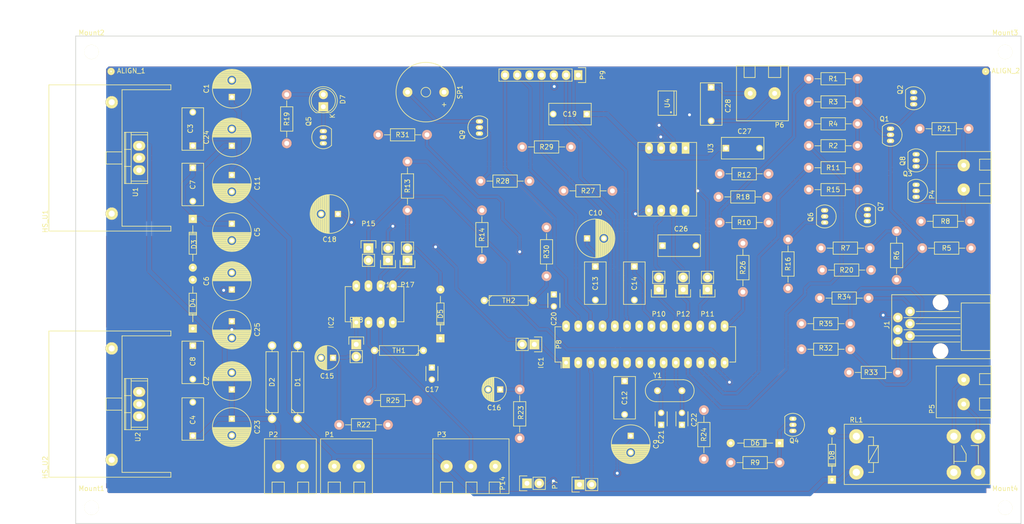
<source format=kicad_pcb>
(kicad_pcb (version 4) (host pcbnew no-vcs-found-product)
  (title_block (title "Oven Controller") (date 2016-08-27) (rev 1.0) (company "Robert Susmilch") (comment 1 "Clearances have been reduced for laser isolation track etching."))
  (layers (0 F.Cu signal) (31 B.Cu signal) (34 B.Paste user) (35 F.Paste user) (36 B.SilkS user) (37 F.SilkS user) (38 B.Mask user hide) (39 F.Mask user hide) (44 Edge.Cuts user))
  (net 0 "")
  (net 1 GND)
  (net 2 +12V)
  (net 3 +9V)
  (net 4 +3.3V)
  (net 5 +5V)
  (net 6 "Net-(C10-Pad1)")
  (net 7 "Net-(C14-Pad1)")
  (net 8 "Net-(C15-Pad1)")
  (net 9 328P_RESET)
  (net 10 85_THERM)
  (net 11 328P_THERMISTOR)
  (net 12 "Net-(C21-Pad2)")
  (net 13 "Net-(C22-Pad2)")
  (net 14 FAN_85)
  (net 15 "Net-(D5-Pad1)")
  (net 16 "Net-(D7-Pad1)")
  (net 17 "Net-(D7-Pad2)")
  (net 18 "Net-(D8-Pad2)")
  (net 19 "Net-(IC1-Pad1)")
  (net 20 "Net-(IC1-Pad2)")
  (net 21 "Net-(IC1-Pad3)")
  (net 22 /D_DATA)
  (net 23 /D_STB)
  (net 24 /D_CLK)
  (net 25 "Net-(IC1-Pad17)")
  (net 26 "Net-(IC1-Pad18)")
  (net 27 "Net-(IC1-Pad19)")
  (net 28 "Net-(IC2-Pad1)")
  (net 29 OVEN_EN)
  (net 30 "Net-(IC2-Pad5)")
  (net 31 "Net-(IC2-Pad6)")
  (net 32 "Net-(IC2-Pad7)")
  (net 33 BROIL_RELAY)
  (net 34 BAKE_RELAY)
  (net 35 "Net-(P10-Pad2)")
  (net 36 "Net-(P11-Pad2)")
  (net 37 "Net-(P12-Pad2)")
  (net 38 D_CS)
  (net 39 "Net-(Q1-Pad2)")
  (net 40 "Net-(Q1-Pad3)")
  (net 41 "Net-(Q1-Pad1)")
  (net 42 "Net-(Q2-Pad2)")
  (net 43 "Net-(Q3-Pad2)")
  (net 44 "Net-(Q5-Pad2)")
  (net 45 "Net-(Q6-Pad2)")
  (net 46 "Net-(Q6-Pad3)")
  (net 47 "Net-(Q6-Pad1)")
  (net 48 "Net-(Q7-Pad2)")
  (net 49 "Net-(Q8-Pad2)")
  (net 50 "Net-(Q9-Pad2)")
  (net 51 "Net-(Q9-Pad3)")
  (net 52 AUX_CS)
  (net 53 "Net-(J1-Pad1)")
  (net 54 "Net-(D6-Pad2)")
  (net 55 "Net-(P5-Pad1)")
  (net 56 "Net-(P5-Pad2)")
  (net 57 "Net-(IC1-Pad4)")
  (net 58 "Net-(IC1-Pad5)")
  (net 59 "Net-(IC1-Pad6)")
  (net 60 /BROIL_OUT)
  (net 61 /BAKE_OUT)
  (net 62 /FAN_328P)
  (net 63 /328P_HEARTBEAT)
  (net 64 /BUZZER_328P)
  (net 65 "Net-(IC1-Pad23)")
  (net 66 "Net-(IC1-Pad24)")
  (net 67 "Net-(IC1-Pad25)")
  (net 68 "Net-(IC1-Pad26)")
  (net 69 "Net-(IC1-Pad27)")
  (net 70 "Net-(C28-Pad1)")
  (net 71 "Net-(C28-Pad2)")
  (net 72 "Net-(U3-Pad2)")
  (net 73 "Net-(U3-Pad3)")
  (module Resistors_ThroughHole:Resistor_Horizontal_RM10mm (layer F.Cu) (at 137.16 139.446)
    (fp_text reference R25 (at 5.08 0) (layer F.SilkS))
    (fp_text value 10k)
    (pad 1 thru_hole circle (at 0 0) (size 1.99898 1.99898) (drill 1.00076) (layers *.Cu *.SilkS *.Mask) (net 10 85_THERM))
    (pad 2 thru_hole circle (at 10.16 0) (size 1.99898 1.99898) (drill 1.00076) (layers *.Cu *.SilkS *.Mask) (net 5 +5V))
  )
  (module Capacitors_ThroughHole:C_Disc_D3_P2.5 (layer F.Cu) (at 150.368 132.588 270)
    (fp_text reference C17 (at 4.572 0) (layer F.SilkS))
    (fp_text value 22pF)
    (pad 1 thru_hole rect (at 0 0 270) (size 1.3 1.3) (drill 0.8) (layers *.Cu *.Mask F.SilkS) (net 1 GND))
    (pad 2 thru_hole circle (at 2.5 0 270) (size 1.3 1.3) (drill 0.8001) (layers *.Cu *.Mask F.SilkS) (net 10 85_THERM))
  )
  (module Discret:R4 (layer F.Cu) (at 143.51 129.032 180)
    (fp_text reference TH1 (at 0 0 180) (layer F.SilkS))
    (fp_text value "10K THERM")
    (pad 1 thru_hole circle (at -5.08 0 180) (size 1.524 1.524) (drill 0.8128) (layers *.Cu *.Mask F.SilkS) (net 1 GND))
    (pad 2 thru_hole circle (at 5.08 0 180) (size 1.524 1.524) (drill 0.8128) (layers *.Cu *.Mask F.SilkS) (net 10 85_THERM))
  )
  (module Resistors_ThroughHole:Resistor_Horizontal_RM10mm (layer F.Cu) (at 131.064 144.526)
    (fp_text reference R22 (at 5.08 0) (layer F.SilkS))
    (fp_text value 10k)
    (pad 1 thru_hole circle (at 0 0) (size 1.99898 1.99898) (drill 1.00076) (layers *.Cu *.SilkS *.Mask) (net 8 "Net-(C15-Pad1)"))
    (pad 2 thru_hole circle (at 10.16 0) (size 1.99898 1.99898) (drill 1.00076) (layers *.Cu *.SilkS *.Mask) (net 5 +5V))
  )
  (module TO_SOT_Packages_THT:TO-92_Inline_Narrow_Oval (layer F.Cu) (at 160.274 83.82 90)
    (fp_text reference Q9 (at -0.254 -3.556 90) (layer F.SilkS))
    (fp_text value MPS2222A)
    (pad 2 thru_hole oval (at 1.27 0 270) (size 0.89916 1.50114) (drill 0.6) (layers *.Cu *.Mask F.SilkS) (net 50 "Net-(Q9-Pad2)"))
    (pad 3 thru_hole oval (at 2.54 0 270) (size 0.89916 1.50114) (drill 0.6) (layers *.Cu *.Mask F.SilkS) (net 51 "Net-(Q9-Pad3)"))
    (pad 1 thru_hole oval (at 0 0 270) (size 0.89916 1.50114) (drill 0.6) (layers *.Cu *.Mask F.SilkS) (net 1 GND))
  )
  (module Capacitors_ThroughHole:C_Disc_D3_P2.5 (layer F.Cu) (at 175.768 117.348 270)
    (fp_text reference C20 (at 5.08 0 270) (layer F.SilkS))
    (fp_text value 22pF)
    (pad 1 thru_hole rect (at 0 0 270) (size 1.3 1.3) (drill 0.8) (layers *.Cu *.Mask F.SilkS) (net 1 GND))
    (pad 2 thru_hole circle (at 2.5 0 270) (size 1.3 1.3) (drill 0.8001) (layers *.Cu *.Mask F.SilkS) (net 11 328P_THERMISTOR))
  )
  (module TO_SOT_Packages_THT:TO-92_Inline_Narrow_Oval (layer F.Cu) (at 127.762 85.852 90)
    (fp_text reference Q5 (at 4.572 -3.048 90) (layer F.SilkS))
    (fp_text value MPS2222A)
    (pad 2 thru_hole oval (at 1.27 0 270) (size 0.89916 1.50114) (drill 0.6) (layers *.Cu *.Mask F.SilkS) (net 44 "Net-(Q5-Pad2)"))
    (pad 3 thru_hole oval (at 2.54 0 270) (size 0.89916 1.50114) (drill 0.6) (layers *.Cu *.Mask F.SilkS) (net 16 "Net-(D7-Pad1)"))
    (pad 1 thru_hole oval (at 0 0 270) (size 0.89916 1.50114) (drill 0.6) (layers *.Cu *.Mask F.SilkS) (net 1 GND))
  )
  (module Personal:C_Disc_D5_P7 (layer F.Cu) (at 182.626 79.756 180)
    (fp_text reference C19 (at 3.556 0 180) (layer F.SilkS))
    (fp_text value 0.1uF)
    (pad 1 thru_hole rect (at 0 0 180) (size 1.4 1.4) (drill 0.9) (layers *.Cu *.Mask F.SilkS) (net 4 +3.3V))
    (pad 2 thru_hole circle (at 7 0 180) (size 1.4 1.4) (drill 0.9) (layers *.Cu *.Mask F.SilkS) (net 1 GND))
  )
  (module Resistors_ThroughHole:Resistor_Horizontal_RM10mm (layer F.Cu) (at 160.782 99.822 270)
    (fp_text reference R14 (at 5.08 0 270) (layer F.SilkS))
    (fp_text value 10k)
    (pad 1 thru_hole circle (at 0 0 270) (size 1.99898 1.99898) (drill 1.00076) (layers *.Cu *.SilkS *.Mask) (net 44 "Net-(Q5-Pad2)"))
    (pad 2 thru_hole circle (at 10.16 0 270) (size 1.99898 1.99898) (drill 1.00076) (layers *.Cu *.SilkS *.Mask) (net 1 GND))
  )
  (module Resistors_ThroughHole:Resistor_Horizontal_RM10mm (layer F.Cu) (at 145.288 99.822 90)
    (fp_text reference R13 (at 5.08 0 90) (layer F.SilkS))
    (fp_text value 4.7k)
    (pad 1 thru_hole circle (at 0 0 90) (size 1.99898 1.99898) (drill 1.00076) (layers *.Cu *.SilkS *.Mask) (net 14 FAN_85))
    (pad 2 thru_hole circle (at 10.16 0 90) (size 1.99898 1.99898) (drill 1.00076) (layers *.Cu *.SilkS *.Mask) (net 44 "Net-(Q5-Pad2)"))
  )
  (module Resistors_ThroughHole:Resistor_Horizontal_RM10mm (layer F.Cu) (at 160.528 93.726)
    (fp_text reference R28 (at 4.572 0) (layer F.SilkS))
    (fp_text value 10k)
    (pad 1 thru_hole circle (at 0 0) (size 1.99898 1.99898) (drill 1.00076) (layers *.Cu *.SilkS *.Mask) (net 50 "Net-(Q9-Pad2)"))
    (pad 2 thru_hole circle (at 10.16 0) (size 1.99898 1.99898) (drill 1.00076) (layers *.Cu *.SilkS *.Mask) (net 1 GND))
  )
  (module Resistors_ThroughHole:Resistor_Horizontal_RM10mm (layer F.Cu) (at 149.352 84.074 180)
    (fp_text reference R31 (at 5.08 0 180) (layer F.SilkS))
    (fp_text value 100)
    (pad 1 thru_hole circle (at 0 0 180) (size 1.99898 1.99898) (drill 1.00076) (layers *.Cu *.SilkS *.Mask) (net 6 "Net-(C10-Pad1)"))
    (pad 2 thru_hole circle (at 10.16 0 180) (size 1.99898 1.99898) (drill 1.00076) (layers *.Cu *.SilkS *.Mask) (net 5 +5V))
  )
  (module Personal:C_Disc_D5_P7 (layer F.Cu) (at 184.404 111.506 270)
    (fp_text reference C13 (at 3.556 0 270) (layer F.SilkS))
    (fp_text value 1nF)
    (pad 1 thru_hole rect (at 0 0 270) (size 1.4 1.4) (drill 0.9) (layers *.Cu *.Mask F.SilkS) (net 6 "Net-(C10-Pad1)"))
    (pad 2 thru_hole circle (at 7 0 270) (size 1.4 1.4) (drill 0.9) (layers *.Cu *.Mask F.SilkS) (net 1 GND))
  )
  (module Resistors_ThroughHole:Resistor_Horizontal_RM10mm (layer F.Cu) (at 215.138 106.68 270)
    (fp_text reference R26 (at 5.08 0 270) (layer F.SilkS))
    (fp_text value 4.7k)
    (pad 1 thru_hole circle (at 0 0 270) (size 1.99898 1.99898) (drill 1.00076) (layers *.Cu *.SilkS *.Mask) (net 50 "Net-(Q9-Pad2)"))
    (pad 2 thru_hole circle (at 10.16 0 270) (size 1.99898 1.99898) (drill 1.00076) (layers *.Cu *.SilkS *.Mask) (net 64 /BUZZER_328P))
  )
  (module Resistors_ThroughHole:Resistor_Horizontal_RM10mm (layer F.Cu) (at 169.164 86.614)
    (fp_text reference R29 (at 5.08 0) (layer F.SilkS))
    (fp_text value 3.4k)
    (pad 1 thru_hole circle (at 0 0) (size 1.99898 1.99898) (drill 1.00076) (layers *.Cu *.SilkS *.Mask) (net 1 GND))
    (pad 2 thru_hole circle (at 10.16 0) (size 1.99898 1.99898) (drill 1.00076) (layers *.Cu *.SilkS *.Mask) (net 38 D_CS))
  )
  (module Personal:C_Disc_D5_P7 (layer F.Cu) (at 192.532 111.506 270)
    (fp_text reference C14 (at 3.556 0 270) (layer F.SilkS))
    (fp_text value 1nF)
    (pad 1 thru_hole rect (at 0 0 270) (size 1.4 1.4) (drill 0.9) (layers *.Cu *.Mask F.SilkS) (net 7 "Net-(C14-Pad1)"))
    (pad 2 thru_hole circle (at 7 0 270) (size 1.4 1.4) (drill 0.9) (layers *.Cu *.Mask F.SilkS) (net 1 GND))
  )
  (module Resistors_ThroughHole:Resistor_Horizontal_RM10mm (layer F.Cu) (at 174.244 113.538 90)
    (fp_text reference R30 (at 5.08 0 90) (layer F.SilkS))
    (fp_text value 10k)
    (pad 1 thru_hole circle (at 0 0 90) (size 1.99898 1.99898) (drill 1.00076) (layers *.Cu *.SilkS *.Mask) (net 11 328P_THERMISTOR))
    (pad 2 thru_hole circle (at 10.16 0 90) (size 1.99898 1.99898) (drill 1.00076) (layers *.Cu *.SilkS *.Mask) (net 5 +5V))
  )
  (module Discret:R4 (layer F.Cu) (at 166.37 118.618)
    (fp_text reference TH2 (at 0 0) (layer F.SilkS))
    (fp_text value "10K THERM")
    (pad 1 thru_hole circle (at -5.08 0) (size 1.524 1.524) (drill 0.8128) (layers *.Cu *.Mask F.SilkS) (net 1 GND))
    (pad 2 thru_hole circle (at 5.08 0) (size 1.524 1.524) (drill 0.8128) (layers *.Cu *.Mask F.SilkS) (net 11 328P_THERMISTOR))
  )
  (module Diodes_ThroughHole:Diode_DO-35_SOD27_Horizontal_RM10 (layer F.Cu) (at 233.68 155.956 90)
    (fp_text reference D8 (at 5.08 0 90) (layer F.SilkS))
    (fp_text value 1N4004)
    (pad 2 thru_hole circle (at 10.16052 -0.00254 270) (size 1.69926 1.69926) (drill 0.70104) (layers *.Cu *.Mask F.SilkS) (net 18 "Net-(D8-Pad2)"))
    (pad 1 thru_hole rect (at 0.00052 -0.00254 270) (size 1.69926 1.69926) (drill 0.70104) (layers *.Cu *.Mask F.SilkS) (net 2 +12V))
  )
  (module TO_SOT_Packages_THT:TO-92_Inline_Narrow_Oval (layer F.Cu) (at 225.552 143.256 270)
    (fp_text reference Q4 (at 4.572 -0.254) (layer F.SilkS))
    (fp_text value MPS2222A)
    (pad 2 thru_hole oval (at 1.27 0 90) (size 0.89916 1.50114) (drill 0.6) (layers *.Cu *.Mask F.SilkS) (net 15 "Net-(D5-Pad1)"))
    (pad 3 thru_hole oval (at 2.54 0 90) (size 0.89916 1.50114) (drill 0.6) (layers *.Cu *.Mask F.SilkS) (net 18 "Net-(D8-Pad2)"))
    (pad 1 thru_hole oval (at 0 0 90) (size 0.89916 1.50114) (drill 0.6) (layers *.Cu *.Mask F.SilkS) (net 1 GND))
  )
  (module Resistors_ThroughHole:Resistor_Horizontal_RM10mm (layer F.Cu) (at 222.758 152.4 180)
    (fp_text reference R9 (at 5.08 0 180) (layer F.SilkS))
    (fp_text value 10k)
    (pad 1 thru_hole circle (at 0 0 180) (size 1.99898 1.99898) (drill 1.00076) (layers *.Cu *.SilkS *.Mask) (net 15 "Net-(D5-Pad1)"))
    (pad 2 thru_hole circle (at 10.16 0 180) (size 1.99898 1.99898) (drill 1.00076) (layers *.Cu *.SilkS *.Mask) (net 1 GND))
  )
  (module Resistors_ThroughHole:Resistor_Horizontal_RM10mm (layer F.Cu) (at 239.014 81.788 180)
    (fp_text reference R4 (at 5.08 0 180) (layer F.SilkS))
    (fp_text value 10k)
    (pad 1 thru_hole circle (at 0 0 180) (size 1.99898 1.99898) (drill 1.00076) (layers *.Cu *.SilkS *.Mask) (net 42 "Net-(Q2-Pad2)"))
    (pad 2 thru_hole circle (at 10.16 0 180) (size 1.99898 1.99898) (drill 1.00076) (layers *.Cu *.SilkS *.Mask) (net 1 GND))
  )
  (module Resistors_ThroughHole:Resistor_Horizontal_RM10mm (layer F.Cu) (at 239.014 72.39 180)
    (fp_text reference R1 (at 5.08 0 180) (layer F.SilkS))
    (fp_text value 4.7k)
    (pad 1 thru_hole circle (at 0 0 180) (size 1.99898 1.99898) (drill 1.00076) (layers *.Cu *.SilkS *.Mask) (net 39 "Net-(Q1-Pad2)"))
    (pad 2 thru_hole circle (at 10.16 0 180) (size 1.99898 1.99898) (drill 1.00076) (layers *.Cu *.SilkS *.Mask) (net 29 OVEN_EN))
  )
  (module Personal:C_Disc_D5_P7 (layer F.Cu) (at 190.5 135.382 270)
    (fp_text reference C12 (at 3.556 0 270) (layer F.SilkS))
    (fp_text value 1nF)
    (pad 1 thru_hole rect (at 0 0 270) (size 1.4 1.4) (drill 0.9) (layers *.Cu *.Mask F.SilkS) (net 5 +5V))
    (pad 2 thru_hole circle (at 7 0 270) (size 1.4 1.4) (drill 0.9) (layers *.Cu *.Mask F.SilkS) (net 1 GND))
  )
  (module Capacitors_ThroughHole:C_Disc_D3_P2.5 (layer F.Cu) (at 202.438 144.526 90)
    (fp_text reference C22 (at 1.016 2.54 90) (layer F.SilkS))
    (fp_text value 22pF)
    (pad 1 thru_hole rect (at 0 0 90) (size 1.3 1.3) (drill 0.8) (layers *.Cu *.Mask F.SilkS) (net 1 GND))
    (pad 2 thru_hole circle (at 2.5 0 90) (size 1.3 1.3) (drill 0.8001) (layers *.Cu *.Mask F.SilkS) (net 13 "Net-(C22-Pad2)"))
  )
  (module Capacitors_ThroughHole:C_Disc_D3_P2.5 (layer F.Cu) (at 198.12 144.526 90)
    (fp_text reference C21 (at -2.54 0 90) (layer F.SilkS))
    (fp_text value 22pF)
    (pad 1 thru_hole rect (at 0 0 90) (size 1.3 1.3) (drill 0.8) (layers *.Cu *.Mask F.SilkS) (net 1 GND))
    (pad 2 thru_hole circle (at 2.5 0 90) (size 1.3 1.3) (drill 0.8001) (layers *.Cu *.Mask F.SilkS) (net 12 "Net-(C21-Pad2)"))
  )
  (module Resistors_ThroughHole:Resistor_Horizontal_RM10mm (layer F.Cu) (at 241.554 107.696 180)
    (fp_text reference R7 (at 5.08 0 180) (layer F.SilkS))
    (fp_text value 10k)
    (pad 1 thru_hole circle (at 0 0 180) (size 1.99898 1.99898) (drill 1.00076) (layers *.Cu *.SilkS *.Mask) (net 43 "Net-(Q3-Pad2)"))
    (pad 2 thru_hole circle (at 10.16 0 180) (size 1.99898 1.99898) (drill 1.00076) (layers *.Cu *.SilkS *.Mask) (net 1 GND))
  )
  (module TO_SOT_Packages_THT:TO-92_Inline_Narrow_Oval (layer F.Cu) (at 250.698 75.184 270)
    (fp_text reference Q2 (at -0.508 2.794 90) (layer F.SilkS))
    (fp_text value MPS2222A)
    (pad 2 thru_hole oval (at 1.27 0 90) (size 0.89916 1.50114) (drill 0.6) (layers *.Cu *.Mask F.SilkS) (net 42 "Net-(Q2-Pad2)"))
    (pad 3 thru_hole oval (at 2.54 0 90) (size 0.89916 1.50114) (drill 0.6) (layers *.Cu *.Mask F.SilkS) (net 41 "Net-(Q1-Pad1)"))
    (pad 1 thru_hole oval (at 0 0 90) (size 0.89916 1.50114) (drill 0.6) (layers *.Cu *.Mask F.SilkS) (net 1 GND))
  )
  (module TO_SOT_Packages_THT:TO-92_Inline_Narrow_Oval (layer F.Cu) (at 251.206 94.488 270)
    (fp_text reference Q3 (at -2.286 1.778) (layer F.SilkS))
    (fp_text value MPS2222A)
    (pad 2 thru_hole oval (at 1.27 0 90) (size 0.89916 1.50114) (drill 0.6) (layers *.Cu *.Mask F.SilkS) (net 43 "Net-(Q3-Pad2)"))
    (pad 3 thru_hole oval (at 2.54 0 90) (size 0.89916 1.50114) (drill 0.6) (layers *.Cu *.Mask F.SilkS) (net 33 BROIL_RELAY))
    (pad 1 thru_hole oval (at 0 0 90) (size 0.89916 1.50114) (drill 0.6) (layers *.Cu *.Mask F.SilkS) (net 1 GND))
  )
  (module Resistors_ThroughHole:Resistor_Horizontal_RM10mm (layer F.Cu) (at 262.382 102.108 180)
    (fp_text reference R8 (at 5.08 0 180) (layer F.SilkS))
    (fp_text value 4.7k)
    (pad 1 thru_hole circle (at 0 0 180) (size 1.99898 1.99898) (drill 1.00076) (layers *.Cu *.SilkS *.Mask) (net 33 BROIL_RELAY))
    (pad 2 thru_hole circle (at 10.16 0 180) (size 1.99898 1.99898) (drill 1.00076) (layers *.Cu *.SilkS *.Mask) (net 5 +5V))
  )
  (module Resistors_ThroughHole:Resistor_Horizontal_RM10mm (layer F.Cu) (at 239.014 77.216 180)
    (fp_text reference R3 (at 5.08 0 180) (layer F.SilkS))
    (fp_text value 10k)
    (pad 1 thru_hole circle (at 0 0 180) (size 1.99898 1.99898) (drill 1.00076) (layers *.Cu *.SilkS *.Mask) (net 39 "Net-(Q1-Pad2)"))
    (pad 2 thru_hole circle (at 10.16 0 180) (size 1.99898 1.99898) (drill 1.00076) (layers *.Cu *.SilkS *.Mask) (net 1 GND))
  )
  (module Resistors_ThroughHole:Resistor_Horizontal_RM10mm (layer F.Cu) (at 247.142 104.14 270)
    (fp_text reference R6 (at 5.08 0 270) (layer F.SilkS))
    (fp_text value 4.7k)
    (pad 1 thru_hole circle (at 0 0 270) (size 1.99898 1.99898) (drill 1.00076) (layers *.Cu *.SilkS *.Mask) (net 43 "Net-(Q3-Pad2)"))
    (pad 2 thru_hole circle (at 10.16 0 270) (size 1.99898 1.99898) (drill 1.00076) (layers *.Cu *.SilkS *.Mask) (net 40 "Net-(Q1-Pad3)"))
  )
  (module Resistors_ThroughHole:Resistor_Horizontal_RM10mm (layer F.Cu) (at 239.014 90.932 180)
    (fp_text reference R11 (at 5.08 0 180) (layer F.SilkS))
    (fp_text value 4.7k)
    (pad 1 thru_hole circle (at 0 0 180) (size 1.99898 1.99898) (drill 1.00076) (layers *.Cu *.SilkS *.Mask) (net 48 "Net-(Q7-Pad2)"))
    (pad 2 thru_hole circle (at 10.16 0 180) (size 1.99898 1.99898) (drill 1.00076) (layers *.Cu *.SilkS *.Mask) (net 61 /BAKE_OUT))
  )
  (module Resistors_ThroughHole:Resistor_Horizontal_RM10mm (layer F.Cu) (at 231.14 118.11)
    (fp_text reference R34 (at 5.08 -0.254) (layer F.SilkS))
    (fp_text value 150)
    (pad 1 thru_hole circle (at 0 0) (size 1.99898 1.99898) (drill 1.00076) (layers *.Cu *.SilkS *.Mask) (net 59 "Net-(IC1-Pad6)"))
    (pad 2 thru_hole circle (at 10.16 0) (size 1.99898 1.99898) (drill 1.00076) (layers *.Cu *.SilkS *.Mask) (net 24 /D_CLK))
  )
  (module Resistors_ThroughHole:Resistor_Horizontal_RM10mm (layer F.Cu) (at 220.218 97.028 180)
    (fp_text reference R18 (at 5.08 0 180) (layer F.SilkS))
    (fp_text value 4.7k)
    (pad 1 thru_hole circle (at 0 0 180) (size 1.99898 1.99898) (drill 1.00076) (layers *.Cu *.SilkS *.Mask) (net 49 "Net-(Q8-Pad2)"))
    (pad 2 thru_hole circle (at 10.16 0 180) (size 1.99898 1.99898) (drill 1.00076) (layers *.Cu *.SilkS *.Mask) (net 46 "Net-(Q6-Pad3)"))
  )
  (module Resistors_ThroughHole:Resistor_Horizontal_RM10mm (layer F.Cu) (at 220.472 102.362 180)
    (fp_text reference R10 (at 5.08 0 180) (layer F.SilkS))
    (fp_text value 4.7k)
    (pad 1 thru_hole circle (at 0 0 180) (size 1.99898 1.99898) (drill 1.00076) (layers *.Cu *.SilkS *.Mask) (net 45 "Net-(Q6-Pad2)"))
    (pad 2 thru_hole circle (at 10.16 0 180) (size 1.99898 1.99898) (drill 1.00076) (layers *.Cu *.SilkS *.Mask) (net 29 OVEN_EN))
  )
  (module Resistors_ThroughHole:Resistor_Horizontal_RM10mm (layer F.Cu) (at 187.96 95.758 180)
    (fp_text reference R27 (at 5.08 0 180) (layer F.SilkS))
    (fp_text value 2.15k)
    (pad 1 thru_hole circle (at 0 0 180) (size 1.99898 1.99898) (drill 1.00076) (layers *.Cu *.SilkS *.Mask) (net 36 "Net-(P11-Pad2)"))
    (pad 2 thru_hole circle (at 10.16 0 180) (size 1.99898 1.99898) (drill 1.00076) (layers *.Cu *.SilkS *.Mask) (net 38 D_CS))
  )
  (module Resistors_ThroughHole:Resistor_Horizontal_RM10mm (layer F.Cu) (at 220.472 92.202 180)
    (fp_text reference R12 (at 5.08 -0.254 180) (layer F.SilkS))
    (fp_text value 10k)
    (pad 1 thru_hole circle (at 0 0 180) (size 1.99898 1.99898) (drill 1.00076) (layers *.Cu *.SilkS *.Mask) (net 45 "Net-(Q6-Pad2)"))
    (pad 2 thru_hole circle (at 10.16 0 180) (size 1.99898 1.99898) (drill 1.00076) (layers *.Cu *.SilkS *.Mask) (net 1 GND))
  )
  (module Resistors_ThroughHole:Resistor_Horizontal_RM10mm (layer F.Cu) (at 224.536 116.078 90)
    (fp_text reference R16 (at 5.08 0 90) (layer F.SilkS))
    (fp_text value 4.7k)
    (pad 1 thru_hole circle (at 0 0 90) (size 1.99898 1.99898) (drill 1.00076) (layers *.Cu *.SilkS *.Mask) (net 5 +5V))
    (pad 2 thru_hole circle (at 10.16 0 90) (size 1.99898 1.99898) (drill 1.00076) (layers *.Cu *.SilkS *.Mask) (net 46 "Net-(Q6-Pad3)"))
  )
  (module Resistors_ThroughHole:Resistor_Horizontal_RM10mm (layer F.Cu) (at 231.648 112.268)
    (fp_text reference R20 (at 5.08 0) (layer F.SilkS))
    (fp_text value 10k)
    (pad 1 thru_hole circle (at 0 0) (size 1.99898 1.99898) (drill 1.00076) (layers *.Cu *.SilkS *.Mask) (net 49 "Net-(Q8-Pad2)"))
    (pad 2 thru_hole circle (at 10.16 0) (size 1.99898 1.99898) (drill 1.00076) (layers *.Cu *.SilkS *.Mask) (net 1 GND))
  )
  (module TO_SOT_Packages_THT:TO-92_Inline_Narrow_Oval (layer F.Cu) (at 241.046 102.108 90)
    (fp_text reference Q7 (at 3.048 2.794 90) (layer F.SilkS))
    (fp_text value MPS2222A)
    (pad 2 thru_hole oval (at 1.27 0 270) (size 0.89916 1.50114) (drill 0.6) (layers *.Cu *.Mask F.SilkS) (net 48 "Net-(Q7-Pad2)"))
    (pad 3 thru_hole oval (at 2.54 0 270) (size 0.89916 1.50114) (drill 0.6) (layers *.Cu *.Mask F.SilkS) (net 47 "Net-(Q6-Pad1)"))
    (pad 1 thru_hole oval (at 0 0 270) (size 0.89916 1.50114) (drill 0.6) (layers *.Cu *.Mask F.SilkS) (net 1 GND))
  )
  (module TO_SOT_Packages_THT:TO-92_Inline_Narrow_Oval (layer F.Cu) (at 232.156 99.822 270)
    (fp_text reference Q6 (at 1.397 2.921 270) (layer F.SilkS))
    (fp_text value MPS2222A)
    (pad 2 thru_hole oval (at 1.27 0 90) (size 0.89916 1.50114) (drill 0.6) (layers *.Cu *.Mask F.SilkS) (net 45 "Net-(Q6-Pad2)"))
    (pad 3 thru_hole oval (at 2.54 0 90) (size 0.89916 1.50114) (drill 0.6) (layers *.Cu *.Mask F.SilkS) (net 46 "Net-(Q6-Pad3)"))
    (pad 1 thru_hole oval (at 0 0 90) (size 0.89916 1.50114) (drill 0.6) (layers *.Cu *.Mask F.SilkS) (net 47 "Net-(Q6-Pad1)"))
  )
  (module Resistors_ThroughHole:Resistor_Horizontal_RM10mm (layer F.Cu) (at 262.128 82.804 180)
    (fp_text reference R21 (at 5.08 0 180) (layer F.SilkS))
    (fp_text value 4.7k)
    (pad 1 thru_hole circle (at 0 0 180) (size 1.99898 1.99898) (drill 1.00076) (layers *.Cu *.SilkS *.Mask) (net 34 BAKE_RELAY))
    (pad 2 thru_hole circle (at 10.16 0 180) (size 1.99898 1.99898) (drill 1.00076) (layers *.Cu *.SilkS *.Mask) (net 5 +5V))
  )
  (module Resistors_ThroughHole:Resistor_Horizontal_RM10mm (layer F.Cu) (at 239.014 95.504 180)
    (fp_text reference R15 (at 5.08 0 180) (layer F.SilkS))
    (fp_text value 10k)
    (pad 1 thru_hole circle (at 0 0 180) (size 1.99898 1.99898) (drill 1.00076) (layers *.Cu *.SilkS *.Mask) (net 48 "Net-(Q7-Pad2)"))
    (pad 2 thru_hole circle (at 10.16 0 180) (size 1.99898 1.99898) (drill 1.00076) (layers *.Cu *.SilkS *.Mask) (net 1 GND))
  )
  (module TO_SOT_Packages_THT:TO-92_Inline_Narrow_Oval (layer F.Cu) (at 251.206 88.138 270)
    (fp_text reference Q8 (at 1.397 2.794 270) (layer F.SilkS))
    (fp_text value MPS2222A)
    (pad 2 thru_hole oval (at 1.27 0 90) (size 0.89916 1.50114) (drill 0.6) (layers *.Cu *.Mask F.SilkS) (net 49 "Net-(Q8-Pad2)"))
    (pad 3 thru_hole oval (at 2.54 0 90) (size 0.89916 1.50114) (drill 0.6) (layers *.Cu *.Mask F.SilkS) (net 34 BAKE_RELAY))
    (pad 1 thru_hole oval (at 0 0 90) (size 0.89916 1.50114) (drill 0.6) (layers *.Cu *.Mask F.SilkS) (net 1 GND))
  )
  (module TO_SOT_Packages_THT:TO-92_Inline_Narrow_Oval (layer F.Cu) (at 245.872 82.804 270)
    (fp_text reference Q1 (at -2.032 1.27) (layer F.SilkS))
    (fp_text value MPS2222A)
    (pad 2 thru_hole oval (at 1.27 0 90) (size 0.89916 1.50114) (drill 0.6) (layers *.Cu *.Mask F.SilkS) (net 39 "Net-(Q1-Pad2)"))
    (pad 3 thru_hole oval (at 2.54 0 90) (size 0.89916 1.50114) (drill 0.6) (layers *.Cu *.Mask F.SilkS) (net 40 "Net-(Q1-Pad3)"))
    (pad 1 thru_hole oval (at 0 0 90) (size 0.89916 1.50114) (drill 0.6) (layers *.Cu *.Mask F.SilkS) (net 41 "Net-(Q1-Pad1)"))
  )
  (module Resistors_ThroughHole:Resistor_Horizontal_RM10mm (layer F.Cu) (at 227.33 123.444)
    (fp_text reference R35 (at 5.08 0) (layer F.SilkS))
    (fp_text value 150)
    (pad 1 thru_hole circle (at 0 0) (size 1.99898 1.99898) (drill 1.00076) (layers *.Cu *.SilkS *.Mask) (net 58 "Net-(IC1-Pad5)"))
    (pad 2 thru_hole circle (at 10.16 0) (size 1.99898 1.99898) (drill 1.00076) (layers *.Cu *.SilkS *.Mask) (net 23 /D_STB))
  )
  (module Resistors_ThroughHole:Resistor_Horizontal_RM10mm (layer F.Cu) (at 237.236 133.604)
    (fp_text reference R33 (at 4.572 0) (layer F.SilkS))
    (fp_text value 150)
    (pad 1 thru_hole circle (at 0 0) (size 1.99898 1.99898) (drill 1.00076) (layers *.Cu *.SilkS *.Mask) (net 52 AUX_CS))
    (pad 2 thru_hole circle (at 10.16 0) (size 1.99898 1.99898) (drill 1.00076) (layers *.Cu *.SilkS *.Mask) (net 53 "Net-(J1-Pad1)"))
  )
  (module Resistors_ThroughHole:Resistor_Horizontal_RM10mm (layer F.Cu) (at 227.33 128.778)
    (fp_text reference R32 (at 5.08 -0.254) (layer F.SilkS))
    (fp_text value 150)
    (pad 1 thru_hole circle (at 0 0) (size 1.99898 1.99898) (drill 1.00076) (layers *.Cu *.SilkS *.Mask) (net 57 "Net-(IC1-Pad4)"))
    (pad 2 thru_hole circle (at 10.16 0) (size 1.99898 1.99898) (drill 1.00076) (layers *.Cu *.SilkS *.Mask) (net 22 /D_DATA))
  )
  (module Resistors_ThroughHole:Resistor_Horizontal_RM10mm (layer F.Cu) (at 262.636 107.696 180)
    (fp_text reference R5 (at 5.08 0 180) (layer F.SilkS))
    (fp_text value 4.7k)
    (pad 1 thru_hole circle (at 0 0 180) (size 1.99898 1.99898) (drill 1.00076) (layers *.Cu *.SilkS *.Mask) (net 5 +5V))
    (pad 2 thru_hole circle (at 10.16 0 180) (size 1.99898 1.99898) (drill 1.00076) (layers *.Cu *.SilkS *.Mask) (net 40 "Net-(Q1-Pad3)"))
  )
  (module Resistors_ThroughHole:Resistor_Horizontal_RM10mm (layer F.Cu) (at 239.014 86.36 180)
    (fp_text reference R2 (at 5.08 0 180) (layer F.SilkS))
    (fp_text value 4.7k)
    (pad 1 thru_hole circle (at 0 0 180) (size 1.99898 1.99898) (drill 1.00076) (layers *.Cu *.SilkS *.Mask) (net 42 "Net-(Q2-Pad2)"))
    (pad 2 thru_hole circle (at 10.16 0 180) (size 1.99898 1.99898) (drill 1.00076) (layers *.Cu *.SilkS *.Mask) (net 60 /BROIL_OUT))
  )
  (module Personal:C_Disc_D5_P7 (layer F.Cu) (at 100.584 146.812 90)
    (fp_text reference C4 (at 3.302 0 90) (layer F.SilkS))
    (fp_text value 1nF)
    (pad 1 thru_hole rect (at 0 0 90) (size 1.4 1.4) (drill 0.9) (layers *.Cu *.Mask F.SilkS) (net 3 +9V))
    (pad 2 thru_hole circle (at 7 0 90) (size 1.4 1.4) (drill 0.9) (layers *.Cu *.Mask F.SilkS) (net 1 GND))
  )
  (module Diodes_ThroughHole:Diode_DO-35_SOD27_Horizontal_RM10 (layer F.Cu) (at 100.584 101.6 270)
    (fp_text reference D3 (at 5.334 -0.254 270) (layer F.SilkS))
    (fp_text value 1N4729A)
    (pad 2 thru_hole circle (at 10.16052 -0.00254 90) (size 1.69926 1.69926) (drill 0.70104) (layers *.Cu *.Mask F.SilkS) (net 1 GND))
    (pad 1 thru_hole rect (at 0.00052 -0.00254 90) (size 1.69926 1.69926) (drill 0.70104) (layers *.Cu *.Mask F.SilkS) (net 4 +3.3V))
  )
  (module Diodes_ThroughHole:Diode_DO-35_SOD27_Horizontal_RM10 (layer F.Cu) (at 100.584 124.46 90)
    (fp_text reference D4 (at 5.334 0 90) (layer F.SilkS))
    (fp_text value 1N4734A)
    (pad 2 thru_hole circle (at 10.16052 -0.00254 270) (size 1.69926 1.69926) (drill 0.70104) (layers *.Cu *.Mask F.SilkS) (net 1 GND))
    (pad 1 thru_hole rect (at 0.00052 -0.00254 270) (size 1.69926 1.69926) (drill 0.70104) (layers *.Cu *.Mask F.SilkS) (net 5 +5V))
  )
  (module Personal:C_Disc_D5_P7 (layer F.Cu) (at 100.584 128.016 270)
    (fp_text reference C8 (at 3.302 0 270) (layer F.SilkS))
    (fp_text value 1nF)
    (pad 1 thru_hole rect (at 0 0 270) (size 1.4 1.4) (drill 0.9) (layers *.Cu *.Mask F.SilkS) (net 5 +5V))
    (pad 2 thru_hole circle (at 7 0 270) (size 1.4 1.4) (drill 0.9) (layers *.Cu *.Mask F.SilkS) (net 1 GND))
  )
  (module Power_Integrations:TO-220 (layer F.Cu) (at 89.408 140.208 90)
    (fp_text reference U2 (at -6.858 -0.254 90) (layer F.SilkS))
    (fp_text value LM7805CT)
    (pad 2 thru_hole oval (at 0 0 90) (size 2.032 2.54) (drill 1.143) (layers *.Cu *.Mask F.SilkS) (net 1 GND))
    (pad 3 thru_hole oval (at 2.54 0 90) (size 2.032 2.54) (drill 1.143) (layers *.Cu *.Mask F.SilkS) (net 5 +5V))
    (pad 1 thru_hole oval (at -2.54 0 90) (size 2.032 2.54) (drill 1.143) (layers *.Cu *.Mask F.SilkS) (net 3 +9V))
  )
  (module Personal:TO220_Silver_Heatsink (layer F.Cu) (at 85.852 140.208 90)
    (fp_text reference HS_U2 (at -13.208 -16.002 90) (layer F.SilkS))
    (fp_text value "TO220 Silver Heatsink")
    (pad "" np_thru_hole circle (at 11.6078 -2.159 90) (size 2.54 2.54) (drill 1.27) (layers *.Cu *.Mask F.SilkS))
    (pad "" np_thru_hole circle (at -11.6078 -2.159 90) (size 2.54 2.54) (drill 1.27) (layers *.Cu *.Mask F.SilkS))
  )
  (module Resistors_ThroughHole:Resistor_Horizontal_RM10mm (layer F.Cu) (at 207.01 151.638 90)
    (fp_text reference R24 (at 5.08 0 90) (layer F.SilkS))
    (fp_text value 4.7k)
    (pad 1 thru_hole circle (at 0 0 90) (size 1.99898 1.99898) (drill 1.00076) (layers *.Cu *.SilkS *.Mask) (net 54 "Net-(D6-Pad2)"))
    (pad 2 thru_hole circle (at 10.16 0 90) (size 1.99898 1.99898) (drill 1.00076) (layers *.Cu *.SilkS *.Mask) (net 62 /FAN_328P))
  )
  (module Resistors_ThroughHole:Resistor_Horizontal_RM10mm (layer F.Cu) (at 168.656 147.32 90)
    (fp_text reference R23 (at 5.334 0.254 90) (layer F.SilkS))
    (fp_text value 10k)
    (pad 1 thru_hole circle (at 0 0 90) (size 1.99898 1.99898) (drill 1.00076) (layers *.Cu *.SilkS *.Mask) (net 5 +5V))
    (pad 2 thru_hole circle (at 10.16 0 90) (size 1.99898 1.99898) (drill 1.00076) (layers *.Cu *.SilkS *.Mask) (net 9 328P_RESET))
  )
  (module Diodes_ThroughHole:Diode_DO-35_SOD27_Horizontal_RM10 (layer F.Cu) (at 152.146 126.492 90)
    (fp_text reference D5 (at 5.08 0 90) (layer F.SilkS))
    (fp_text value 1N4004)
    (pad 2 thru_hole circle (at 10.16052 -0.00254 270) (size 1.69926 1.69926) (drill 0.70104) (layers *.Cu *.Mask F.SilkS) (net 14 FAN_85))
    (pad 1 thru_hole rect (at 0.00052 -0.00254 270) (size 1.69926 1.69926) (drill 0.70104) (layers *.Cu *.Mask F.SilkS) (net 15 "Net-(D5-Pad1)"))
  )
  (module Diodes_ThroughHole:Diode_DO-35_SOD27_Horizontal_RM10 (layer F.Cu) (at 222.758 148.336 180)
    (fp_text reference D6 (at 5.08 0 180) (layer F.SilkS))
    (fp_text value 1N4004)
    (pad 2 thru_hole circle (at 10.16052 -0.00254) (size 1.69926 1.69926) (drill 0.70104) (layers *.Cu *.Mask F.SilkS) (net 54 "Net-(D6-Pad2)"))
    (pad 1 thru_hole rect (at 0.00052 -0.00254) (size 1.69926 1.69926) (drill 0.70104) (layers *.Cu *.Mask F.SilkS) (net 15 "Net-(D5-Pad1)"))
  )
  (module Resistors_ThroughHole:Resistor_Horizontal_RM10mm (layer F.Cu) (at 120.142 85.852 90)
    (fp_text reference R19 (at 5.08 0 90) (layer F.SilkS))
    (fp_text value 220)
    (pad 1 thru_hole circle (at 0 0 90) (size 1.99898 1.99898) (drill 1.00076) (layers *.Cu *.SilkS *.Mask) (net 5 +5V))
    (pad 2 thru_hole circle (at 10.16 0 90) (size 1.99898 1.99898) (drill 1.00076) (layers *.Cu *.SilkS *.Mask) (net 17 "Net-(D7-Pad2)"))
  )
  (module Discret:R6 (layer F.Cu) (at 122.428 135.636 90)
    (fp_text reference D1 (at 0 0 90) (layer F.SilkS))
    (fp_text value 5KP18CA-TP)
    (pad 1 thru_hole circle (at -7.62 0 90) (size 1.778 1.778) (drill 1.143) (layers *.Cu *.Mask F.SilkS) (net 2 +12V))
    (pad 2 thru_hole circle (at 7.62 0 90) (size 1.778 1.778) (drill 1.143) (layers *.Cu *.Mask F.SilkS) (net 1 GND))
  )
  (module Buzzers_Beepers:Buzzer_12x9.5RM7.6 (layer F.Cu) (at 149.10816 75.184 180)
    (fp_text reference SP1 (at -7.112 0 -90) (layer F.SilkS))
    (fp_text value SPEAKER)
    (fp_text user + (at -3.81 -2.54 180) (layer F.SilkS))
    (pad 1 thru_hole circle (at -3.79984 0 180) (size 2 2) (drill 1.00076) (layers *.Cu *.Mask F.SilkS) (net 5 +5V))
    (pad 2 thru_hole circle (at 3.79984 0 180) (size 2 2) (drill 1.00076) (layers *.Cu *.Mask F.SilkS) (net 51 "Net-(Q9-Pad3)"))
  )
  (module Personal:C_Disc_D5_P7 (layer F.Cu) (at 100.584 86.36 90)
    (fp_text reference C3 (at 3.556 -0.508 90) (layer F.SilkS))
    (fp_text value 1nF)
    (pad 1 thru_hole rect (at 0 0 90) (size 1.4 1.4) (drill 0.9) (layers *.Cu *.Mask F.SilkS) (net 2 +12V))
    (pad 2 thru_hole circle (at 7 0 90) (size 1.4 1.4) (drill 0.9) (layers *.Cu *.Mask F.SilkS) (net 1 GND))
  )
  (module Personal:C_Disc_D5_P7 (layer F.Cu) (at 100.584 90.932 270)
    (fp_text reference C7 (at 3.556 0 270) (layer F.SilkS))
    (fp_text value 1nF)
    (pad 1 thru_hole rect (at 0 0 270) (size 1.4 1.4) (drill 0.9) (layers *.Cu *.Mask F.SilkS) (net 4 +3.3V))
    (pad 2 thru_hole circle (at 7 0 270) (size 1.4 1.4) (drill 0.9) (layers *.Cu *.Mask F.SilkS) (net 1 GND))
  )
  (module Power_Integrations:TO-220 (layer F.Cu) (at 89.408 88.9 90)
    (fp_text reference U1 (at -7.112 -0.762 90) (layer F.SilkS))
    (fp_text value LD1117V33)
    (pad 2 thru_hole oval (at 0 0 90) (size 2.032 2.54) (drill 1.143) (layers *.Cu *.Mask F.SilkS) (net 4 +3.3V))
    (pad 3 thru_hole oval (at 2.54 0 90) (size 2.032 2.54) (drill 1.143) (layers *.Cu *.Mask F.SilkS) (net 3 +9V))
    (pad 1 thru_hole oval (at -2.54 0 90) (size 2.032 2.54) (drill 1.143) (layers *.Cu *.Mask F.SilkS) (net 1 GND))
  )
  (module Personal:TO220_Silver_Heatsink (layer F.Cu) (at 85.852 88.9 90)
    (fp_text reference HS_U1 (at -13.208 -16.002 90) (layer F.SilkS))
    (fp_text value "TO220 Silver Heatsink")
    (pad "" np_thru_hole circle (at 11.6078 -2.159 90) (size 2.54 2.54) (drill 1.27) (layers *.Cu *.Mask F.SilkS))
    (pad "" np_thru_hole circle (at -11.6078 -2.159 90) (size 2.54 2.54) (drill 1.27) (layers *.Cu *.Mask F.SilkS))
  )
  (module Discret:R6 (layer F.Cu) (at 117.094 135.636 90)
    (fp_text reference D2 (at 0 0 90) (layer F.SilkS))
    (fp_text value 5KP18CA-TP)
    (pad 1 thru_hole circle (at -7.62 0 90) (size 1.778 1.778) (drill 1.143) (layers *.Cu *.Mask F.SilkS) (net 3 +9V))
    (pad 2 thru_hole circle (at 7.62 0 90) (size 1.778 1.778) (drill 1.143) (layers *.Cu *.Mask F.SilkS) (net 1 GND))
  )
  (module Mounting_Holes:MountingHole_3mm (layer F.Cu) (at 79.502 161.798)
    (fp_text reference Mount1 (at 0 -4) (layer F.SilkS))
    (fp_text value MountingHole_3mm)
    (pad 1 np_thru_hole circle (at 0 0) (size 3 3) (drill 3) (layers *.Cu *.Mask F.SilkS))
  )
  (module Mounting_Holes:MountingHole_3mm (layer F.Cu) (at 79.502 66.802)
    (fp_text reference Mount2 (at 0 -4) (layer F.SilkS))
    (fp_text value MountingHole_3mm)
    (pad 1 np_thru_hole circle (at 0 0) (size 3 3) (drill 3) (layers *.Cu *.Mask F.SilkS))
  )
  (module Mounting_Holes:MountingHole_3mm (layer F.Cu) (at 269.748 161.798)
    (fp_text reference Mount4 (at 0 -4) (layer F.SilkS))
    (fp_text value MountingHole_3mm)
    (pad 1 np_thru_hole circle (at 0 0) (size 3 3) (drill 3) (layers *.Cu *.Mask F.SilkS))
  )
  (module Mounting_Holes:MountingHole_3mm (layer F.Cu) (at 269.748 66.802)
    (fp_text reference Mount3 (at 0 -4) (layer F.SilkS))
    (fp_text value MountingHole_3mm)
    (pad 1 np_thru_hole circle (at 0 0) (size 3 3) (drill 3) (layers *.Cu *.Mask F.SilkS))
  )
  (module Personal:C_Disc_D5_P7 (layer F.Cu) (at 198.374 107.188)
    (fp_text reference C26 (at 3.875 -3.5) (layer F.SilkS))
    (fp_text value 1nF)
    (pad 1 thru_hole rect (at 0 0) (size 1.4 1.4) (drill 0.9) (layers *.Cu *.Mask F.SilkS) (net 1 GND))
    (pad 2 thru_hole circle (at 7 0) (size 1.4 1.4) (drill 0.9) (layers *.Cu *.Mask F.SilkS) (net 5 +5V))
  )
  (module Personal:C_Disc_D5_P7 (layer F.Cu) (at 211.582 86.868)
    (fp_text reference C27 (at 3.875 -3.5) (layer F.SilkS))
    (fp_text value 1nF)
    (pad 1 thru_hole rect (at 0 0) (size 1.4 1.4) (drill 0.9) (layers *.Cu *.Mask F.SilkS) (net 4 +3.3V))
    (pad 2 thru_hole circle (at 7 0) (size 1.4 1.4) (drill 0.9) (layers *.Cu *.Mask F.SilkS) (net 1 GND))
  )
  (module Measurement_Points:Measurement_Point_Round-TH_Small (layer F.Cu) (at 265.684 70.866)
    (fp_text reference ALIGN_2 (at 4.191 -0.127) (layer F.SilkS))
    (fp_text value Measurement_Point_Round-TH_Small)
    (pad 1 thru_hole circle (at 0 0) (size 1.5 1.5) (drill 0.3) (layers *.Cu *.Mask F.SilkS))
  )
  (module Measurement_Points:Measurement_Point_Round-TH_Small (layer F.Cu) (at 83.566 70.866)
    (fp_text reference ALIGN_1 (at 4.191 -0.127) (layer F.SilkS))
    (fp_text value Measurement_Point_Round-TH_Small)
    (pad 1 thru_hole circle (at 0 0) (size 1.5 1.5) (drill 0.3) (layers *.Cu *.Mask F.SilkS))
  )
  (module Personal:DIP-8_W7.62mm_LongPads (layer F.Cu) (at 134.62 123.19 90)
    (fp_text reference IC2 (at 0 -5.22 90) (layer F.SilkS))
    (fp_text value ATTINY85-P)
    (pad 1 thru_hole rect (at 0 0 90) (size 2.3 1.6) (drill 0.8) (layers *.Cu *.Mask F.SilkS) (net 28 "Net-(IC2-Pad1)"))
    (pad 2 thru_hole oval (at 0 2.54 90) (size 2.3 1.6) (drill 0.8) (layers *.Cu *.Mask F.SilkS) (net 10 85_THERM))
    (pad 3 thru_hole oval (at 0 5.08 90) (size 2.3 1.6) (drill 0.8) (layers *.Cu *.Mask F.SilkS) (net 29 OVEN_EN))
    (pad 4 thru_hole oval (at 0 7.62 90) (size 2.3 1.6) (drill 0.8) (layers *.Cu *.Mask F.SilkS) (net 1 GND))
    (pad 5 thru_hole oval (at 7.62 7.62 90) (size 2.3 1.6) (drill 0.8) (layers *.Cu *.Mask F.SilkS) (net 30 "Net-(IC2-Pad5)"))
    (pad 6 thru_hole oval (at 7.62 5.08 90) (size 2.3 1.6) (drill 0.8) (layers *.Cu *.Mask F.SilkS) (net 31 "Net-(IC2-Pad6)"))
    (pad 7 thru_hole oval (at 7.62 2.54 90) (size 2.3 1.6) (drill 0.8) (layers *.Cu *.Mask F.SilkS) (net 32 "Net-(IC2-Pad7)"))
    (pad 8 thru_hole oval (at 7.62 0 90) (size 2.3 1.6) (drill 0.8) (layers *.Cu *.Mask F.SilkS) (net 5 +5V))
  )
  (module Personal:DIP-28_W7.62mm_LongPads (layer F.Cu) (at 178.308 131.572 90)
    (fp_text reference IC1 (at 0 -5.22 90) (layer F.SilkS))
    (fp_text value ATMEGA328P-P)
    (pad 1 thru_hole rect (at 0 0 90) (size 2.3 1.6) (drill 0.8) (layers *.Cu *.Mask F.SilkS) (net 19 "Net-(IC1-Pad1)"))
    (pad 2 thru_hole oval (at 0 2.54 90) (size 2.3 1.6) (drill 0.8) (layers *.Cu *.Mask F.SilkS) (net 20 "Net-(IC1-Pad2)"))
    (pad 3 thru_hole oval (at 0 5.08 90) (size 2.3 1.6) (drill 0.8) (layers *.Cu *.Mask F.SilkS) (net 21 "Net-(IC1-Pad3)"))
    (pad 4 thru_hole oval (at 0 7.62 90) (size 2.3 1.6) (drill 0.8) (layers *.Cu *.Mask F.SilkS) (net 57 "Net-(IC1-Pad4)"))
    (pad 5 thru_hole oval (at 0 10.16 90) (size 2.3 1.6) (drill 0.8) (layers *.Cu *.Mask F.SilkS) (net 58 "Net-(IC1-Pad5)"))
    (pad 6 thru_hole oval (at 0 12.7 90) (size 2.3 1.6) (drill 0.8) (layers *.Cu *.Mask F.SilkS) (net 59 "Net-(IC1-Pad6)"))
    (pad 7 thru_hole oval (at 0 15.24 90) (size 2.3 1.6) (drill 0.8) (layers *.Cu *.Mask F.SilkS) (net 5 +5V))
    (pad 8 thru_hole oval (at 0 17.78 90) (size 2.3 1.6) (drill 0.8) (layers *.Cu *.Mask F.SilkS) (net 1 GND))
    (pad 9 thru_hole oval (at 0 20.32 90) (size 2.3 1.6) (drill 0.8) (layers *.Cu *.Mask F.SilkS) (net 12 "Net-(C21-Pad2)"))
    (pad 10 thru_hole oval (at 0 22.86 90) (size 2.3 1.6) (drill 0.8) (layers *.Cu *.Mask F.SilkS) (net 13 "Net-(C22-Pad2)"))
    (pad 11 thru_hole oval (at 0 25.4 90) (size 2.3 1.6) (drill 0.8) (layers *.Cu *.Mask F.SilkS) (net 60 /BROIL_OUT))
    (pad 12 thru_hole oval (at 0 27.94 90) (size 2.3 1.6) (drill 0.8) (layers *.Cu *.Mask F.SilkS) (net 61 /BAKE_OUT))
    (pad 13 thru_hole oval (at 0 30.48 90) (size 2.3 1.6) (drill 0.8) (layers *.Cu *.Mask F.SilkS) (net 62 /FAN_328P))
    (pad 14 thru_hole oval (at 0 33.02 90) (size 2.3 1.6) (drill 0.8) (layers *.Cu *.Mask F.SilkS) (net 63 /328P_HEARTBEAT))
    (pad 15 thru_hole oval (at 7.62 33.02 90) (size 2.3 1.6) (drill 0.8) (layers *.Cu *.Mask F.SilkS) (net 64 /BUZZER_328P))
    (pad 16 thru_hole oval (at 7.62 30.48 90) (size 2.3 1.6) (drill 0.8) (layers *.Cu *.Mask F.SilkS) (net 52 AUX_CS))
    (pad 17 thru_hole oval (at 7.62 27.94 90) (size 2.3 1.6) (drill 0.8) (layers *.Cu *.Mask F.SilkS) (net 25 "Net-(IC1-Pad17)"))
    (pad 18 thru_hole oval (at 7.62 25.4 90) (size 2.3 1.6) (drill 0.8) (layers *.Cu *.Mask F.SilkS) (net 26 "Net-(IC1-Pad18)"))
    (pad 19 thru_hole oval (at 7.62 22.86 90) (size 2.3 1.6) (drill 0.8) (layers *.Cu *.Mask F.SilkS) (net 27 "Net-(IC1-Pad19)"))
    (pad 20 thru_hole oval (at 7.62 20.32 90) (size 2.3 1.6) (drill 0.8) (layers *.Cu *.Mask F.SilkS) (net 6 "Net-(C10-Pad1)"))
    (pad 21 thru_hole oval (at 7.62 17.78 90) (size 2.3 1.6) (drill 0.8) (layers *.Cu *.Mask F.SilkS) (net 7 "Net-(C14-Pad1)"))
    (pad 22 thru_hole oval (at 7.62 15.24 90) (size 2.3 1.6) (drill 0.8) (layers *.Cu *.Mask F.SilkS) (net 1 GND))
    (pad 23 thru_hole oval (at 7.62 12.7 90) (size 2.3 1.6) (drill 0.8) (layers *.Cu *.Mask F.SilkS) (net 65 "Net-(IC1-Pad23)"))
    (pad 24 thru_hole oval (at 7.62 10.16 90) (size 2.3 1.6) (drill 0.8) (layers *.Cu *.Mask F.SilkS) (net 66 "Net-(IC1-Pad24)"))
    (pad 25 thru_hole oval (at 7.62 7.62 90) (size 2.3 1.6) (drill 0.8) (layers *.Cu *.Mask F.SilkS) (net 67 "Net-(IC1-Pad25)"))
    (pad 26 thru_hole oval (at 7.62 5.08 90) (size 2.3 1.6) (drill 0.8) (layers *.Cu *.Mask F.SilkS) (net 68 "Net-(IC1-Pad26)"))
    (pad 27 thru_hole oval (at 7.62 2.54 90) (size 2.3 1.6) (drill 0.8) (layers *.Cu *.Mask F.SilkS) (net 69 "Net-(IC1-Pad27)"))
    (pad 28 thru_hole oval (at 7.62 0 90) (size 2.3 1.6) (drill 0.8) (layers *.Cu *.Mask F.SilkS) (net 11 328P_THERMISTOR))
  )
  (module Personal:C_Radial_D5_L6_P2.5 (layer F.Cu) (at 129.794 130.556 180)
    (fp_text reference C15 (at 1.25 -3.8 180) (layer F.SilkS))
    (fp_text value 0.47uF)
    (pad 1 thru_hole rect (at 0 0 180) (size 1.3 1.3) (drill 0.8) (layers *.Mask B.Cu F.SilkS) (net 8 "Net-(C15-Pad1)"))
    (pad 2 thru_hole circle (at 2.5 0 180) (size 1.3 1.3) (drill 0.8) (layers *.Mask B.Cu F.SilkS) (net 1 GND))
  )
  (module Personal:C_Disc_D5_P7 (layer F.Cu) (at 208.534 74.168 270)
    (fp_text reference C28 (at 3.875 -3.5 270) (layer F.SilkS))
    (fp_text value 10nF)
    (pad 1 thru_hole rect (at 0 0 270) (size 1.4 1.4) (drill 0.9) (layers *.Cu *.Mask F.SilkS) (net 70 "Net-(C28-Pad1)"))
    (pad 2 thru_hole circle (at 7 0 270) (size 1.4 1.4) (drill 0.9) (layers *.Cu *.Mask F.SilkS) (net 71 "Net-(C28-Pad2)"))
  )
  (module Power_Integrations:SO-8 (layer F.Cu) (at 199.39 77.47 90)
    (fp_text reference U4 (at 0 0 90) (layer F.SilkS))
    (fp_text value MAX31855KASA)
    (pad 1 smd oval (at -1.905 2.794 90) (size 0.6096 1.4732) (layers F.Cu F.Paste F.Mask) (net 1 GND))
    (pad 2 smd oval (at -0.635 2.794 90) (size 0.6096 1.4732) (layers F.Cu F.Paste F.Mask) (net 71 "Net-(C28-Pad2)"))
    (pad 3 smd oval (at 0.635 2.794 90) (size 0.6096 1.4732) (layers F.Cu F.Paste F.Mask) (net 70 "Net-(C28-Pad1)"))
    (pad 4 smd oval (at 1.905 2.794 90) (size 0.6096 1.4732) (layers F.Cu F.Paste F.Mask) (net 4 +3.3V))
    (pad 5 smd oval (at 1.905 -2.794 90) (size 0.6096 1.4732) (layers F.Cu F.Paste F.Mask) (net 73 "Net-(U3-Pad3)"))
    (pad 6 smd oval (at 0.635 -2.794 90) (size 0.6096 1.4732) (layers F.Cu F.Paste F.Mask) (net 38 D_CS))
    (pad 7 smd oval (at -0.635 -2.794 90) (size 0.6096 1.4732) (layers F.Cu F.Paste F.Mask) (net 72 "Net-(U3-Pad2)"))
    (pad 8 smd oval (at -1.905 -2.794 90) (size 0.6096 1.4732) (layers F.Cu F.Paste F.Mask))
  )
  (module Personal:Relay_SPST_RTD34012 (layer F.Cu) (at 238.76 154.432)
    (fp_text reference RL1 (at 0 -10.922) (layer F.SilkS))
    (fp_text value RTD34012)
    (pad A1 thru_hole circle (at 0 -7.5) (size 3 3) (drill 1.5) (layers *.Cu *.Mask F.SilkS) (net 18 "Net-(D8-Pad2)"))
    (pad A2 thru_hole circle (at 0 0) (size 3 3) (drill 1.5) (layers *.Cu *.Mask F.SilkS) (net 2 +12V))
    (pad 11 thru_hole circle (at 20.3 0) (size 3 3) (drill 1.5) (layers *.Cu *.Mask F.SilkS) (net 56 "Net-(P5-Pad2)"))
    (pad 11 thru_hole circle (at 20.3 -7.5) (size 3 3) (drill 1.5) (layers *.Cu *.Mask F.SilkS) (net 56 "Net-(P5-Pad2)"))
    (pad 14 thru_hole circle (at 25.34 0) (size 3 3) (drill 1.5) (layers *.Cu *.Mask F.SilkS) (net 55 "Net-(P5-Pad1)"))
    (pad 14 thru_hole circle (at 25.34 -7.5) (size 3 3) (drill 1.5) (layers *.Cu *.Mask F.SilkS) (net 55 "Net-(P5-Pad1)"))
  )
  (module Personal:2_Pole_Screw_Connector (layer F.Cu) (at 219.202 75.438 180)
    (fp_text reference P6 (at -3.556 -6.604 180) (layer F.SilkS))
    (fp_text value THERMO)
    (pad 1 thru_hole circle (at -2.54 0 180) (size 2.54 2.54) (drill 1.016) (layers *.Cu *.Mask F.SilkS) (net 71 "Net-(C28-Pad2)"))
    (pad 2 thru_hole circle (at 2.54 0 180) (size 2.54 2.54) (drill 1.016) (layers *.Cu *.Mask F.SilkS) (net 70 "Net-(C28-Pad1)"))
  )
  (module Personal:2_Pole_Screw_Connector (layer F.Cu) (at 261.112 137.668 90)
    (fp_text reference P5 (at -3.556 -6.604 90) (layer F.SilkS))
    (fp_text value FAN)
    (pad 1 thru_hole circle (at -2.54 0 90) (size 2.54 2.54) (drill 1.016) (layers *.Cu *.Mask F.SilkS) (net 55 "Net-(P5-Pad1)"))
    (pad 2 thru_hole circle (at 2.54 0 90) (size 2.54 2.54) (drill 1.016) (layers *.Cu *.Mask F.SilkS) (net 56 "Net-(P5-Pad2)"))
  )
  (module Personal:2_Pole_Screw_Connector (layer F.Cu) (at 261.112 92.964 90)
    (fp_text reference P4 (at -3.556 -6.604 90) (layer F.SilkS))
    (fp_text value OVEN_RELAY)
    (pad 1 thru_hole circle (at -2.54 0 90) (size 2.54 2.54) (drill 1.016) (layers *.Cu *.Mask F.SilkS) (net 33 BROIL_RELAY))
    (pad 2 thru_hole circle (at 2.54 0 90) (size 2.54 2.54) (drill 1.016) (layers *.Cu *.Mask F.SilkS) (net 34 BAKE_RELAY))
  )
  (module Personal:2_Pole_Screw_Connector (layer F.Cu) (at 120.904 153.162)
    (fp_text reference P2 (at -3.556 -6.604) (layer F.SilkS))
    (fp_text value "9V Pwr")
    (pad 1 thru_hole circle (at -2.54 0) (size 2.54 2.54) (drill 1.016) (layers *.Cu *.Mask F.SilkS) (net 3 +9V))
    (pad 2 thru_hole circle (at 2.54 0) (size 2.54 2.54) (drill 1.016) (layers *.Cu *.Mask F.SilkS) (net 1 GND))
  )
  (module Personal:2_Pole_Screw_Connector (layer F.Cu) (at 132.588 153.162)
    (fp_text reference P1 (at -3.556 -6.604) (layer F.SilkS))
    (fp_text value "12V Pwr")
    (pad 1 thru_hole circle (at -2.54 0) (size 2.54 2.54) (drill 1.016) (layers *.Cu *.Mask F.SilkS) (net 2 +12V))
    (pad 2 thru_hole circle (at 2.54 0) (size 2.54 2.54) (drill 1.016) (layers *.Cu *.Mask F.SilkS) (net 1 GND))
  )
  (module Personal:3_Pole_Screw_Connector (layer F.Cu) (at 158.496 153.162)
    (fp_text reference P3 (at -6.096 -6.604) (layer F.SilkS))
    (fp_text value WATCHDOG_RELAY)
    (pad 1 thru_hole circle (at -5.08 0) (size 2.54 2.54) (drill 1.016) (layers *.Cu *.Mask F.SilkS) (net 2 +12V))
    (pad 2 thru_hole circle (at 0 0) (size 2.54 2.54) (drill 1.016) (layers *.Cu *.Mask F.SilkS) (net 29 OVEN_EN))
    (pad 3 thru_hole circle (at 5.08 0) (size 2.54 2.54) (drill 1.016) (layers *.Cu *.Mask F.SilkS) (net 1 GND))
  )
  (module Personal:Pin_Header_Straight_1x02 (layer F.Cu) (at 134.62 127.762)
    (fp_text reference P18 (at 0 -5.1) (layer F.SilkS))
    (fp_text value 85_RESET)
    (pad 1 thru_hole rect (at 0 0) (size 2.032 2.032) (drill 1.016) (layers *.Cu *.Mask F.SilkS) (net 28 "Net-(IC2-Pad1)"))
    (pad 2 thru_hole oval (at 0 2.54) (size 2.032 2.032) (drill 1.016) (layers *.Cu *.Mask F.SilkS) (net 8 "Net-(C15-Pad1)"))
  )
  (module Personal:Pin_Header_Straight_1x02 (layer F.Cu) (at 145.288 110.236 180)
    (fp_text reference P17 (at 0 -5.1 180) (layer F.SilkS))
    (fp_text value 85_MOSI)
    (pad 1 thru_hole rect (at 0 0 180) (size 2.032 2.032) (drill 1.016) (layers *.Cu *.Mask F.SilkS) (net 30 "Net-(IC2-Pad5)"))
    (pad 2 thru_hole oval (at 0 2.54 180) (size 2.032 2.032) (drill 1.016) (layers *.Cu *.Mask F.SilkS) (net 14 FAN_85))
  )
  (module Personal:Pin_Header_Straight_1x02 (layer F.Cu) (at 141.224 110.236 180)
    (fp_text reference P16 (at 0 -5.1 180) (layer F.SilkS))
    (fp_text value 85_MISO)
    (pad 1 thru_hole rect (at 0 0 180) (size 2.032 2.032) (drill 1.016) (layers *.Cu *.Mask F.SilkS) (net 31 "Net-(IC2-Pad6)"))
    (pad 2 thru_hole oval (at 0 2.54 180) (size 2.032 2.032) (drill 1.016) (layers *.Cu *.Mask F.SilkS) (net 9 328P_RESET))
  )
  (module Personal:Pin_Header_Straight_1x02 (layer F.Cu) (at 137.16 107.696)
    (fp_text reference P15 (at 0 -5.1) (layer F.SilkS))
    (fp_text value 85_SCK)
    (pad 1 thru_hole rect (at 0 0) (size 2.032 2.032) (drill 1.016) (layers *.Cu *.Mask F.SilkS) (net 63 /328P_HEARTBEAT))
    (pad 2 thru_hole oval (at 0 2.54) (size 2.032 2.032) (drill 1.016) (layers *.Cu *.Mask F.SilkS) (net 32 "Net-(IC2-Pad7)"))
  )
  (module Personal:Pin_Header_Straight_1x02 (layer F.Cu) (at 170.18 156.718 90)
    (fp_text reference P14 (at 0 -5.1 90) (layer F.SilkS))
    (fp_text value ICSP_POWER)
    (pad 1 thru_hole rect (at 0 0 90) (size 2.032 2.032) (drill 1.016) (layers *.Cu *.Mask F.SilkS) (net 1 GND))
    (pad 2 thru_hole oval (at 0 2.54 90) (size 2.032 2.032) (drill 1.016) (layers *.Cu *.Mask F.SilkS) (net 5 +5V))
  )
  (module Personal:Pin_Header_Straight_1x02 (layer F.Cu) (at 202.692 116.332 180)
    (fp_text reference P12 (at 0 -5.1 180) (layer F.SilkS))
    (fp_text value MISO)
    (pad 1 thru_hole rect (at 0 0 180) (size 2.032 2.032) (drill 1.016) (layers *.Cu *.Mask F.SilkS) (net 26 "Net-(IC1-Pad18)"))
    (pad 2 thru_hole oval (at 0 2.54 180) (size 2.032 2.032) (drill 1.016) (layers *.Cu *.Mask F.SilkS) (net 37 "Net-(P12-Pad2)"))
  )
  (module Personal:Pin_Header_Straight_1x02 (layer F.Cu) (at 207.772 116.332 180)
    (fp_text reference P11 (at 0 -5.1 180) (layer F.SilkS))
    (fp_text value MOSI)
    (pad 1 thru_hole rect (at 0 0 180) (size 2.032 2.032) (drill 1.016) (layers *.Cu *.Mask F.SilkS) (net 25 "Net-(IC1-Pad17)"))
    (pad 2 thru_hole oval (at 0 2.54 180) (size 2.032 2.032) (drill 1.016) (layers *.Cu *.Mask F.SilkS) (net 36 "Net-(P11-Pad2)"))
  )
  (module Personal:Pin_Header_Straight_1x02 (layer F.Cu) (at 197.612 116.332 180)
    (fp_text reference P10 (at 0 -5.1 180) (layer F.SilkS))
    (fp_text value SCK)
    (pad 1 thru_hole rect (at 0 0 180) (size 2.032 2.032) (drill 1.016) (layers *.Cu *.Mask F.SilkS) (net 27 "Net-(IC1-Pad19)"))
    (pad 2 thru_hole oval (at 0 2.54 180) (size 2.032 2.032) (drill 1.016) (layers *.Cu *.Mask F.SilkS) (net 35 "Net-(P10-Pad2)"))
  )
  (module Personal:Pin_Header_Straight_1x02 (layer F.Cu) (at 171.704 127.762 270)
    (fp_text reference P8 (at 0 -5.1 270) (layer F.SilkS))
    (fp_text value 328P_RESET)
    (pad 1 thru_hole rect (at 0 0 270) (size 2.032 2.032) (drill 1.016) (layers *.Cu *.Mask F.SilkS) (net 19 "Net-(IC1-Pad1)"))
    (pad 2 thru_hole oval (at 0 2.54 270) (size 2.032 2.032) (drill 1.016) (layers *.Cu *.Mask F.SilkS) (net 9 328P_RESET))
  )
  (module Personal:Pin_Header_Straight_1x02 (layer F.Cu) (at 181.102 156.972 90)
    (fp_text reference P7 (at 0 -5.1 90) (layer F.SilkS))
    (fp_text value SERIAL)
    (pad 1 thru_hole rect (at 0 0 90) (size 2.032 2.032) (drill 1.016) (layers *.Cu *.Mask F.SilkS) (net 20 "Net-(IC1-Pad2)"))
    (pad 2 thru_hole oval (at 0 2.54 90) (size 2.032 2.032) (drill 1.016) (layers *.Cu *.Mask F.SilkS) (net 21 "Net-(IC1-Pad3)"))
  )
  (module Personal:Logic_Level_Shifter_Double_Sided (layer F.Cu) (at 203.2 86.868 270)
    (fp_text reference U3 (at 0 -5.22 270) (layer F.SilkS))
    (fp_text value Logic_Level_Shift)
    (pad 1 thru_hole rect (at 0 0 270) (size 2.3 1.6) (drill 0.8) (layers *.Cu *.Mask F.SilkS) (net 1 GND))
    (pad 2 thru_hole oval (at 0 2.54 270) (size 2.3 1.6) (drill 0.8) (layers *.Cu *.Mask F.SilkS) (net 72 "Net-(U3-Pad2)"))
    (pad 3 thru_hole oval (at 0 5.08 270) (size 2.3 1.6) (drill 0.8) (layers *.Cu *.Mask F.SilkS) (net 73 "Net-(U3-Pad3)"))
    (pad 4 thru_hole oval (at 0 7.62 270) (size 2.3 1.6) (drill 0.8) (layers *.Cu *.Mask F.SilkS) (net 4 +3.3V))
    (pad 5 thru_hole oval (at 12.954 7.62 270) (size 2.3 1.6) (drill 0.8) (layers *.Cu *.Mask F.SilkS) (net 5 +5V))
    (pad 6 thru_hole oval (at 12.954 5.08 270) (size 2.3 1.6) (drill 0.8) (layers *.Cu *.Mask F.SilkS) (net 35 "Net-(P10-Pad2)"))
    (pad 7 thru_hole oval (at 12.954 2.54 270) (size 2.3 1.6) (drill 0.8) (layers *.Cu *.Mask F.SilkS) (net 37 "Net-(P12-Pad2)"))
    (pad 8 thru_hole oval (at 12.954 0 270) (size 2.3 1.6) (drill 0.8) (layers *.Cu *.Mask F.SilkS) (net 1 GND))
  )
  (module Personal:Pin_Header_Straight_1x07_Double_Sided (layer F.Cu) (at 180.848 71.628 270)
    (fp_text reference P9 (at 0 -5.1 270) (layer F.SilkS))
    (fp_text value EXPAND)
    (pad 1 thru_hole rect (at 0 0 270) (size 2.032 1.7272) (drill 1.016) (layers *.Cu *.Mask F.SilkS) (net 65 "Net-(IC1-Pad23)"))
    (pad 2 thru_hole oval (at 0 2.54 270) (size 2.032 1.7272) (drill 1.016) (layers *.Cu *.Mask F.SilkS) (net 66 "Net-(IC1-Pad24)"))
    (pad 3 thru_hole oval (at 0 5.08 270) (size 2.032 1.7272) (drill 1.016) (layers *.Cu *.Mask F.SilkS) (net 5 +5V))
    (pad 4 thru_hole oval (at 0 7.62 270) (size 2.032 1.7272) (drill 1.016) (layers *.Cu *.Mask F.SilkS) (net 67 "Net-(IC1-Pad25)"))
    (pad 5 thru_hole oval (at 0 10.16 270) (size 2.032 1.7272) (drill 1.016) (layers *.Cu *.Mask F.SilkS) (net 1 GND))
    (pad 6 thru_hole oval (at 0 12.7 270) (size 2.032 1.7272) (drill 1.016) (layers *.Cu *.Mask F.SilkS) (net 68 "Net-(IC1-Pad26)"))
    (pad 7 thru_hole oval (at 0 15.24 270) (size 2.032 1.7272) (drill 1.016) (layers *.Cu *.Mask F.SilkS) (net 69 "Net-(IC1-Pad27)"))
  )
  (module Personal:C_Radial_D8_L11.5_P3.5_Double_Sided (layer F.Cu) (at 108.712 122.936 270)
    (fp_text reference C25 (at 1.75 -5.3 270) (layer F.SilkS))
    (fp_text value 330uF/35V)
    (pad 2 thru_hole circle (at 3.5 0 270) (size 1.3 1.3) (drill 0.8) (layers *.Cu *.Mask F.SilkS) (net 1 GND))
    (pad 1 thru_hole rect (at 0 0 270) (size 1.3 1.3) (drill 0.8) (layers *.Cu *.Mask F.SilkS) (net 5 +5V))
  )
  (module Personal:C_Radial_D8_L11.5_P3.5_Double_Sided (layer F.Cu) (at 108.712 86.36 90)
    (fp_text reference C24 (at 1.75 -5.3 90) (layer F.SilkS))
    (fp_text value 330uF/35V)
    (pad 2 thru_hole circle (at 3.5 0 90) (size 1.3 1.3) (drill 0.8) (layers *.Cu *.Mask F.SilkS) (net 1 GND))
    (pad 1 thru_hole rect (at 0 0 90) (size 1.3 1.3) (drill 0.8) (layers *.Cu *.Mask F.SilkS) (net 4 +3.3V))
  )
  (module Personal:C_Radial_D8_L11.5_P3.5_Double_Sided (layer F.Cu) (at 108.712 143.256 270)
    (fp_text reference C23 (at 1.75 -5.3 270) (layer F.SilkS))
    (fp_text value 330uF/35V)
    (pad 2 thru_hole circle (at 3.5 0 270) (size 1.3 1.3) (drill 0.8) (layers *.Cu *.Mask F.SilkS) (net 1 GND))
    (pad 1 thru_hole rect (at 0 0 270) (size 1.3 1.3) (drill 0.8) (layers *.Cu *.Mask F.SilkS) (net 3 +9V))
  )
  (module Personal:C_Radial_D8_L11.5_P3.5_Double_Sided (layer F.Cu) (at 130.81 100.584 180)
    (fp_text reference C18 (at 1.75 -5.3 180) (layer F.SilkS))
    (fp_text value 22uF/35V)
    (pad 2 thru_hole circle (at 3.5 0 180) (size 1.3 1.3) (drill 0.8) (layers *.Cu *.Mask F.SilkS) (net 1 GND))
    (pad 1 thru_hole rect (at 0 0 180) (size 1.3 1.3) (drill 0.8) (layers *.Cu *.Mask F.SilkS) (net 5 +5V))
  )
  (module Personal:C_Radial_D8_L11.5_P3.5_Double_Sided (layer F.Cu) (at 108.712 92.456 270)
    (fp_text reference C11 (at 1.75 -5.3 270) (layer F.SilkS))
    (fp_text value 330uF/35V)
    (pad 2 thru_hole circle (at 3.5 0 270) (size 1.3 1.3) (drill 0.8) (layers *.Cu *.Mask F.SilkS) (net 1 GND))
    (pad 1 thru_hole rect (at 0 0 270) (size 1.3 1.3) (drill 0.8) (layers *.Cu *.Mask F.SilkS) (net 2 +12V))
  )
  (module Personal:C_Radial_D8_L11.5_P3.5_Double_Sided (layer F.Cu) (at 182.682 105.664)
    (fp_text reference C10 (at 1.75 -5.3) (layer F.SilkS))
    (fp_text value 22uF/35V)
    (pad 2 thru_hole circle (at 3.5 0) (size 1.3 1.3) (drill 0.8) (layers *.Cu *.Mask F.SilkS) (net 1 GND))
    (pad 1 thru_hole rect (at 0 0) (size 1.3 1.3) (drill 0.8) (layers *.Cu *.Mask F.SilkS) (net 6 "Net-(C10-Pad1)"))
  )
  (module Personal:C_Radial_D8_L11.5_P3.5_Double_Sided (layer F.Cu) (at 191.77 146.812 270)
    (fp_text reference C9 (at 1.75 -5.3 270) (layer F.SilkS))
    (fp_text value 22uF/35V)
    (pad 2 thru_hole circle (at 3.5 0 270) (size 1.3 1.3) (drill 0.8) (layers *.Cu *.Mask F.SilkS) (net 1 GND))
    (pad 1 thru_hole rect (at 0 0 270) (size 1.3 1.3) (drill 0.8) (layers *.Cu *.Mask F.SilkS) (net 5 +5V))
  )
  (module Personal:C_Radial_D8_L11.5_P3.5_Double_Sided (layer F.Cu) (at 108.712 116.332 90)
    (fp_text reference C6 (at 1.75 -5.3 90) (layer F.SilkS))
    (fp_text value 22uF/35V)
    (pad 2 thru_hole circle (at 3.5 0 90) (size 1.3 1.3) (drill 0.8) (layers *.Cu *.Mask F.SilkS) (net 1 GND))
    (pad 1 thru_hole rect (at 0 0 90) (size 1.3 1.3) (drill 0.8) (layers *.Cu *.Mask F.SilkS) (net 5 +5V))
  )
  (module Personal:C_Radial_D8_L11.5_P3.5_Double_Sided (layer F.Cu) (at 108.712 102.616 270)
    (fp_text reference C5 (at 1.75 -5.3 270) (layer F.SilkS))
    (fp_text value 22uF/35V)
    (pad 2 thru_hole circle (at 3.5 0 270) (size 1.3 1.3) (drill 0.8) (layers *.Cu *.Mask F.SilkS) (net 1 GND))
    (pad 1 thru_hole rect (at 0 0 270) (size 1.3 1.3) (drill 0.8) (layers *.Cu *.Mask F.SilkS) (net 4 +3.3V))
  )
  (module Personal:C_Radial_D8_L11.5_P3.5_Double_Sided (layer F.Cu) (at 108.712 137.16 90)
    (fp_text reference C2 (at 1.75 -5.3 90) (layer F.SilkS))
    (fp_text value 22uF/35V)
    (pad 2 thru_hole circle (at 3.5 0 90) (size 1.3 1.3) (drill 0.8) (layers *.Cu *.Mask F.SilkS) (net 1 GND))
    (pad 1 thru_hole rect (at 0 0 90) (size 1.3 1.3) (drill 0.8) (layers *.Cu *.Mask F.SilkS) (net 3 +9V))
  )
  (module Personal:C_Radial_D8_L11.5_P3.5_Double_Sided (layer F.Cu) (at 108.712 76.2 90)
    (fp_text reference C1 (at 1.75 -5.3 90) (layer F.SilkS))
    (fp_text value 22uF/35V)
    (pad 2 thru_hole circle (at 3.5 0 90) (size 1.3 1.3) (drill 0.8) (layers *.Cu *.Mask F.SilkS) (net 1 GND))
    (pad 1 thru_hole rect (at 0 0 90) (size 1.3 1.3) (drill 0.8) (layers *.Cu *.Mask F.SilkS) (net 2 +12V))
  )
  (module Personal:LED-5MM_Double_Sided (layer F.Cu) (at 127.762 78.232 90)
    (fp_text reference D7 (at 1.524 4.064 90) (layer F.SilkS))
    (fp_text value LED)
    (fp_text user K (at -1.905 1.905 90) (layer F.SilkS))
    (pad 1 thru_hole rect (at 0 0 180) (size 2 1.9) (drill 1.00076) (layers *.Cu *.Mask F.SilkS) (net 16 "Net-(D7-Pad1)"))
    (pad 2 thru_hole circle (at 2.54 0 90) (size 1.9 1.9) (drill 1.00076) (layers *.Cu *.Mask F.SilkS) (net 17 "Net-(D7-Pad2)"))
  )
  (module Personal:RJ12_JACK_Double_Sided (layer F.Cu) (at 247.396 127.254 90)
    (fp_text reference J1 (at 3.556 -2.286 90) (layer F.SilkS))
    (fp_text value RJ12)
    (pad 1 thru_hole circle (at 0 0 90) (size 2 2) (drill 1) (layers *.Cu *.Mask F.SilkS) (net 53 "Net-(J1-Pad1)"))
    (pad 2 thru_hole circle (at 1.27 2.54 90) (size 2 2) (drill 1) (layers *.Cu *.Mask F.SilkS) (net 22 /D_DATA))
    (pad 3 thru_hole circle (at 2.54 0 90) (size 2 2) (drill 1) (layers *.Cu *.Mask F.SilkS) (net 1 GND))
    (pad 4 thru_hole circle (at 3.81 2.54 90) (size 2 2) (drill 1) (layers *.Cu *.Mask F.SilkS) (net 23 /D_STB))
    (pad 5 thru_hole circle (at 5.08 0 90) (size 2 2) (drill 1) (layers *.Cu *.Mask F.SilkS) (net 5 +5V))
    (pad 6 thru_hole circle (at 6.35 2.54 90) (size 2 2) (drill 1) (layers *.Cu *.Mask F.SilkS) (net 24 /D_CLK))
    (pad "" np_thru_hole circle (at -1.905 8.89 90) (size 3.2 3.2) (drill 3.2) (layers *.Cu *.Mask F.SilkS))
    (pad "" np_thru_hole circle (at 8.255 8.89 90) (size 3.2 3.2) (drill 3.2) (layers *.Cu *.Mask F.SilkS))
  )
  (module Personal:HC-49V_Double_Sided (layer F.Cu) (at 197.358 137.414)
    (fp_text reference Y1 (at 0 -3.175) (layer F.SilkS))
    (fp_text value "16 MHz")
    (pad 1 thru_hole circle (at 0 0) (size 1.4224 1.4224) (drill 0.762) (layers *.Cu *.Mask F.SilkS) (net 12 "Net-(C21-Pad2)"))
    (pad 2 thru_hole circle (at 5.08 0) (size 1.4224 1.4224) (drill 0.762) (layers *.Cu *.Mask F.SilkS) (net 13 "Net-(C22-Pad2)"))
  )
  (module Personal:C_Radial_D5_L11_P2.5_Double_Sided (layer F.Cu) (at 164.592 137.16 180)
    (fp_text reference C16 (at 1.25 -3.8 180) (layer F.SilkS))
    (fp_text value 0.33uF)
    (pad 1 thru_hole rect (at 0 0 180) (size 1.3 1.3) (drill 0.8) (layers *.Cu *.Mask F.SilkS) (net 9 328P_RESET))
    (pad 2 thru_hole circle (at 2.5 0 180) (size 1.3 1.3) (drill 0.8) (layers *.Cu *.Mask F.SilkS) (net 1 GND))
  )
  (gr_line (start 273.05 63.5) (end 273.05 165.1) (layer Edge.Cuts) (width 0.15))
  (gr_line (start 76.2 165.1) (end 76.2 63.5) (layer Edge.Cuts) (width 0.15))
  (gr_line (start 273.05 165.1) (end 76.2 165.1) (layer Edge.Cuts) (width 0.15))
  (gr_line (start 76.2 63.5) (end 273.05 63.5) (layer Edge.Cuts) (width 0.15))
  (via (at 204.0135 79.9094) (size 1.5) (layers F.Cu B.Cu) (net 1))
  (segment (start 203.5206 79.4165) (end 203.5206 79.375) (width 0.5) (layer F.Cu) (net 1))
  (segment (start 204.0135 79.9094) (end 203.5206 79.4165) (width 0.5) (layer F.Cu) (net 1))
  (segment (start 202.184 79.375) (end 203.5206 79.375) (width 0.5) (layer F.Cu) (net 1))
  (segment (start 108.712 92.456) (end 108.712 90.9557) (width 1) (layer B.Cu) (net 2))
  (segment (start 108.712 76.2) (end 108.712 77.7003) (width 1) (layer B.Cu) (net 2))
  (segment (start 100.584 86.36) (end 102.1343 86.36) (width 1) (layer B.Cu) (net 2))
  (segment (start 103.6656 84.8287) (end 102.1343 86.36) (width 1) (layer B.Cu) (net 2))
  (segment (start 110.2123 84.8287) (end 103.6656 84.8287) (width 1) (layer B.Cu) (net 2))
  (segment (start 110.2123 89.4554) (end 110.2123 84.8287) (width 1) (layer B.Cu) (net 2))
  (segment (start 108.712 90.9557) (end 110.2123 89.4554) (width 1) (layer B.Cu) (net 2))
  (segment (start 110.2123 79.2006) (end 108.712 77.7003) (width 1) (layer B.Cu) (net 2))
  (segment (start 110.2123 84.8287) (end 110.2123 79.2006) (width 1) (layer B.Cu) (net 2))
  (segment (start 108.8995 93.9563) (end 108.712 93.9563) (width 1) (layer B.Cu) (net 2))
  (segment (start 120.6886 105.7454) (end 108.8995 93.9563) (width 1) (layer B.Cu) (net 2))
  (segment (start 120.6886 141.5166) (end 120.6886 105.7454) (width 1) (layer B.Cu) (net 2))
  (segment (start 122.428 143.256) (end 120.6886 141.5166) (width 1) (layer B.Cu) (net 2))
  (segment (start 108.712 92.456) (end 108.712 93.9563) (width 1) (layer B.Cu) (net 2))
  (segment (start 130.048 153.162) (end 130.048 151.0416) (width 1) (layer B.Cu) (net 2))
  (segment (start 130.048 150.876) (end 122.428 143.256) (width 1) (layer B.Cu) (net 2))
  (segment (start 130.048 151.0416) (end 130.048 150.876) (width 1) (layer B.Cu) (net 2))
  (segment (start 151.2956 151.0416) (end 153.416 153.162) (width 1) (layer B.Cu) (net 2))
  (segment (start 130.048 151.0416) (end 151.2956 151.0416) (width 1) (layer B.Cu) (net 2))
  (segment (start 229.0406 158.8925) (end 231.9776 155.9555) (width 1) (layer B.Cu) (net 2))
  (segment (start 159.1465 158.8925) (end 229.0406 158.8925) (width 1) (layer B.Cu) (net 2))
  (segment (start 153.416 153.162) (end 159.1465 158.8925) (width 1) (layer B.Cu) (net 2))
  (segment (start 233.6775 155.9555) (end 231.9776 155.9555) (width 1) (layer B.Cu) (net 2))
  (segment (start 236.9009 154.432) (end 235.3774 155.9555) (width 1) (layer B.Cu) (net 2))
  (segment (start 238.76 154.432) (end 236.9009 154.432) (width 1) (layer B.Cu) (net 2))
  (segment (start 233.6775 155.9555) (end 235.3774 155.9555) (width 1) (layer B.Cu) (net 2))
  (segment (start 100.584 146.812) (end 102.1343 146.812) (width 1) (layer B.Cu) (net 3))
  (segment (start 89.408 86.36) (end 91.5283 86.36) (width 1) (layer B.Cu) (net 3))
  (segment (start 108.5243 135.6597) (end 108.712 135.6597) (width 1) (layer B.Cu) (net 3))
  (segment (start 107.2117 134.3471) (end 108.5243 135.6597) (width 1) (layer B.Cu) (net 3))
  (segment (start 107.2117 128.1018) (end 107.2117 134.3471) (width 1) (layer B.Cu) (net 3))
  (segment (start 91.5283 112.4184) (end 107.2117 128.1018) (width 1) (layer B.Cu) (net 3))
  (segment (start 91.5283 86.36) (end 91.5283 112.4184) (width 1) (layer B.Cu) (net 3))
  (segment (start 108.712 137.16) (end 108.712 135.6597) (width 1) (layer B.Cu) (net 3))
  (segment (start 94.9697 142.748) (end 99.0337 146.812) (width 1) (layer F.Cu) (net 3))
  (segment (start 89.408 142.748) (end 94.9697 142.748) (width 1) (layer F.Cu) (net 3))
  (segment (start 100.584 146.812) (end 99.0337 146.812) (width 1) (layer F.Cu) (net 3))
  (segment (start 105.6903 143.256) (end 102.1343 146.812) (width 1) (layer B.Cu) (net 3))
  (segment (start 108.712 143.256) (end 105.6903 143.256) (width 1) (layer B.Cu) (net 3))
  (segment (start 108.712 137.16) (end 108.712 138.6603) (width 1) (layer B.Cu) (net 3))
  (segment (start 108.712 143.256) (end 108.712 138.6603) (width 1) (layer B.Cu) (net 3))
  (segment (start 108.712 143.256) (end 110.2123 143.256) (width 1) (layer B.Cu) (net 3))
  (segment (start 118.364 144.526) (end 117.094 143.256) (width 1) (layer B.Cu) (net 3))
  (segment (start 118.364 153.162) (end 118.364 144.526) (width 1) (layer B.Cu) (net 3))
  (segment (start 117.094 143.256) (end 110.2123 143.256) (width 1) (layer B.Cu) (net 3))
  (segment (start 100.584 90.932) (end 105.41 90.932) (width 1) (layer F.Cu) (net 4))
  (segment (start 105.41 90.932) (end 106.934 89.408) (width 1) (layer F.Cu) (net 4))
  (segment (start 106.934 89.408) (end 113.4661 89.408) (width 1) (layer F.Cu) (net 4))
  (segment (start 115.57 91.5119) (end 140.2799 91.5119) (width 1) (layer F.Cu) (net 4))
  (segment (start 113.4661 89.408) (end 115.57 91.5119) (width 1) (layer F.Cu) (net 4))
  (segment (start 159.3299 90.17) (end 170.6617 90.17) (width 1) (layer F.Cu) (net 4))
  (segment (start 140.2799 91.5119) (end 142.748 93.98) (width 1) (layer F.Cu) (net 4))
  (segment (start 181.0757 79.756) (end 182.626 79.756) (width 1) (layer F.Cu) (net 4))
  (segment (start 142.748 93.98) (end 155.5199 93.98) (width 1) (layer F.Cu) (net 4))
  (segment (start 155.5199 93.98) (end 159.3299 90.17) (width 1) (layer F.Cu) (net 4))
  (segment (start 170.6617 90.17) (end 181.0757 79.756) (width 1) (layer F.Cu) (net 4))
  (segment (start 100.584 90.932) (end 100.584 92.4823) (width 1) (layer B.Cu) (net 4))
  (segment (start 100.584 92.4823) (end 98.552 94.5143) (width 1) (layer B.Cu) (net 4))
  (segment (start 98.552 94.5143) (end 98.552 98.552) (width 1) (layer B.Cu) (net 4))
  (segment (start 100.5865 100.5865) (end 100.5865 101.6005) (width 1) (layer B.Cu) (net 4))
  (segment (start 98.552 98.552) (end 100.5865 100.5865) (width 1) (layer B.Cu) (net 4))
  (segment (start 100.5865 101.6005) (end 102.2864 101.6005) (width 1) (layer B.Cu) (net 4))
  (segment (start 102.2864 101.6005) (end 103.3019 102.616) (width 1) (layer B.Cu) (net 4))
  (segment (start 103.3019 102.616) (end 108.712 102.616) (width 1) (layer B.Cu) (net 4))
  (segment (start 202.184 75.565) (end 201.041 75.565) (width 1) (layer F.Cu) (net 4))
  (segment (start 207.5267 86.868) (end 211.582 86.868) (width 1) (layer F.Cu) (net 4))
  (segment (start 201.041 75.565) (end 200.5971 76.0089) (width 1) (layer F.Cu) (net 4))
  (segment (start 200.5971 76.0089) (end 200.5971 79.9384) (width 1) (layer F.Cu) (net 4))
  (segment (start 200.5971 79.9384) (end 207.5267 86.868) (width 1) (layer F.Cu) (net 4))
  (segment (start 195.58 86.868) (end 195.58 88.138) (width 1) (layer B.Cu) (net 4))
  (segment (start 195.58 88.138) (end 196.3103 88.8683) (width 1) (layer B.Cu) (net 4))
  (segment (start 196.3103 88.8683) (end 208.0314 88.8683) (width 1) (layer B.Cu) (net 4))
  (segment (start 208.0314 88.8683) (end 210.0317 86.868) (width 1) (layer B.Cu) (net 4))
  (segment (start 210.0317 86.868) (end 211.582 86.868) (width 1) (layer B.Cu) (net 4))
  (segment (start 186.8177 79.756) (end 182.626 79.756) (width 1) (layer B.Cu) (net 4))
  (segment (start 193.9297 86.868) (end 186.8177 79.756) (width 1) (layer B.Cu) (net 4))
  (segment (start 195.58 86.868) (end 193.9297 86.868) (width 1) (layer B.Cu) (net 4))
  (segment (start 97.0017 88.9) (end 99.0337 90.932) (width 1) (layer F.Cu) (net 4))
  (segment (start 89.408 88.9) (end 97.0017 88.9) (width 1) (layer F.Cu) (net 4))
  (segment (start 100.1465 90.932) (end 99.0337 90.932) (width 1) (layer F.Cu) (net 4))
  (segment (start 100.1465 90.932) (end 100.584 90.932) (width 1) (layer F.Cu) (net 4))
  (segment (start 108.712 86.36) (end 107.2117 86.36) (width 1) (layer B.Cu) (net 4))
  (segment (start 102.6397 90.932) (end 107.2117 86.36) (width 1) (layer B.Cu) (net 4))
  (segment (start 100.584 90.932) (end 102.6397 90.932) (width 1) (layer B.Cu) (net 4))
  (segment (start 244.856 122.174) (end 244.348 121.666) (width 0.5) (layer B.Cu) (net 5))
  (segment (start 247.396 122.174) (end 244.856 122.174) (width 0.5) (layer B.Cu) (net 5))
  (via (at 244.348 121.666) (size 1.5) (drill 0.6) (layers F.Cu B.Cu) (net 5))
  (segment (start 188.969989 153.55135) (end 188.969989 154.61201) (width 0.5) (layer B.Cu) (net 5))
  (segment (start 191.77 147.962) (end 188.969989 150.762011) (width 0.5) (layer B.Cu) (net 5))
  (segment (start 191.77 146.812) (end 191.77 147.962) (width 0.5) (layer B.Cu) (net 5))
  (via (at 188.969989 154.61201) (size 1.5) (drill 0.6) (layers F.Cu B.Cu) (net 5))
  (segment (start 188.969989 150.762011) (end 188.969989 153.55135) (width 0.5) (layer B.Cu) (net 5))
  (via (at 175.6741 156.2175) (size 1.5) (layers F.Cu B.Cu) (net 5))
  (via (at 108.7121 124.686) (size 1.5) (layers F.Cu B.Cu) (net 5))
  (via (at 133.6365 102.3228) (size 1.5) (layers F.Cu B.Cu) (net 5))
  (via (at 107.0093 116.4878) (size 1.5) (layers F.Cu B.Cu) (net 5))
  (via (at 192.7581 100.5386) (size 1.5) (layers F.Cu B.Cu) (net 5))
  (via (at 175.8519 74.0097) (size 1.5) (layers F.Cu B.Cu) (net 5))
  (segment (start 174.8365 156.2175) (end 174.336 156.718) (width 0.5) (layer B.Cu) (net 5))
  (segment (start 175.6741 156.2175) (end 174.8365 156.2175) (width 0.5) (layer B.Cu) (net 5))
  (segment (start 172.72 156.718) (end 174.336 156.718) (width 0.5) (layer B.Cu) (net 5))
  (segment (start 108.712 124.6859) (end 108.712 122.936) (width 0.5) (layer B.Cu) (net 5))
  (segment (start 108.7121 124.686) (end 108.712 124.6859) (width 0.5) (layer B.Cu) (net 5))
  (segment (start 132.06 100.7463) (end 132.06 100.584) (width 0.5) (layer B.Cu) (net 5))
  (segment (start 133.6365 102.3228) (end 132.06 100.7463) (width 0.5) (layer B.Cu) (net 5))
  (segment (start 130.81 100.584) (end 132.06 100.584) (width 0.5) (layer B.Cu) (net 5))
  (segment (start 107.3062 116.4878) (end 107.462 116.332) (width 0.5) (layer B.Cu) (net 5))
  (segment (start 107.0093 116.4878) (end 107.3062 116.4878) (width 0.5) (layer B.Cu) (net 5))
  (segment (start 108.712 116.332) (end 107.462 116.332) (width 0.5) (layer B.Cu) (net 5))
  (segment (start 193.4634 100.5386) (end 194.18 99.822) (width 0.5) (layer B.Cu) (net 5))
  (segment (start 192.7581 100.5386) (end 193.4634 100.5386) (width 0.5) (layer B.Cu) (net 5))
  (segment (start 195.58 99.822) (end 194.18 99.822) (width 0.5) (layer B.Cu) (net 5))
  (segment (start 175.768 73.9258) (end 175.768 71.628) (width 0.5) (layer B.Cu) (net 5))
  (segment (start 175.8519 74.0097) (end 175.768 73.9258) (width 0.5) (layer B.Cu) (net 5))
  (segment (start 188.0323 111.506) (end 184.404 111.506) (width 0.7) (layer F.Cu) (net 6))
  (segment (start 168.656 108.458) (end 171.704 111.506) (width 0.7) (layer F.Cu) (net 6))
  (segment (start 171.704 111.506) (end 184.404 111.506) (width 0.7) (layer F.Cu) (net 6))
  (segment (start 182.682 107.1137) (end 184.404 108.8357) (width 0.7) (layer B.Cu) (net 6))
  (segment (start 184.404 108.8357) (end 184.404 111.506) (width 0.7) (layer B.Cu) (net 6))
  (segment (start 168.656 108.458) (end 168.656 105.156) (width 0.7) (layer B.Cu) (net 6))
  (segment (start 164.084 97.028) (end 160.02 97.028) (width 0.7) (layer B.Cu) (net 6))
  (segment (start 168.656 105.156) (end 165.1 101.6) (width 0.7) (layer B.Cu) (net 6))
  (segment (start 165.1 101.6) (end 165.1 98.044) (width 0.7) (layer B.Cu) (net 6))
  (segment (start 165.1 98.044) (end 164.084 97.028) (width 0.7) (layer B.Cu) (net 6))
  (segment (start 160.02 97.028) (end 149.352 86.36) (width 0.7) (layer B.Cu) (net 6))
  (segment (start 149.352 86.36) (end 149.352 84.074) (width 0.7) (layer B.Cu) (net 6))
  (via (at 168.656 108.458) (size 1.2) (drill 0.6) (layers F.Cu B.Cu) (net 6))
  (segment (start 198.628 123.952) (end 198.628 122.1017) (width 0.7) (layer F.Cu) (net 6))
  (segment (start 182.682 105.664) (end 182.682 107.1137) (width 0.7) (layer B.Cu) (net 6))
  (segment (start 198.628 122.1017) (end 188.0323 111.506) (width 0.7) (layer F.Cu) (net 6))
  (segment (start 196.088 123.952) (end 196.088 122.1017) (width 0.7) (layer B.Cu) (net 7))
  (segment (start 196.088 122.1017) (end 194.564 120.5777) (width 0.7) (layer B.Cu) (net 7))
  (segment (start 194.564 120.5777) (end 194.564 114.938) (width 0.7) (layer B.Cu) (net 7))
  (segment (start 194.564 114.938) (end 192.532 112.906) (width 0.7) (layer B.Cu) (net 7))
  (segment (start 192.532 112.906) (end 192.532 111.506) (width 0.7) (layer B.Cu) (net 7))
  (segment (start 131.064 144.526) (end 131.064 131.826) (width 0.7) (layer B.Cu) (net 8))
  (segment (start 131.064 131.826) (end 129.794 130.556) (width 0.7) (layer B.Cu) (net 8))
  (segment (start 132.6497 130.556) (end 132.9037 130.302) (width 0.7) (layer B.Cu) (net 8))
  (segment (start 129.794 130.556) (end 132.6497 130.556) (width 0.7) (layer B.Cu) (net 8))
  (segment (start 134.62 130.302) (end 132.9037 130.302) (width 0.7) (layer B.Cu) (net 8))
  (segment (start 151.13 107.442) (end 155.448 111.76) (width 0.7) (layer B.Cu) (net 9))
  (segment (start 155.448 111.76) (end 155.448 116.078) (width 0.7) (layer B.Cu) (net 9))
  (segment (start 155.448 116.078) (end 166.116001 126.746001) (width 0.7) (layer B.Cu) (net 9))
  (segment (start 166.116001 126.746001) (end 168.148001 126.746001) (width 0.7) (layer B.Cu) (net 9))
  (segment (start 168.148001 126.746001) (end 169.164 127.762) (width 0.7) (layer B.Cu) (net 9))
  (segment (start 142.24 103.124) (end 146.812 103.124) (width 0.7) (layer F.Cu) (net 9))
  (segment (start 146.812 103.124) (end 151.13 107.442) (width 0.7) (layer F.Cu) (net 9))
  (via (at 151.13 107.442) (size 1.2) (drill 0.6) (layers F.Cu B.Cu) (net 9))
  (segment (start 141.224 107.696) (end 141.224 104.14) (width 0.7) (layer B.Cu) (net 9))
  (segment (start 141.224 104.14) (end 142.24 103.124) (width 0.7) (layer B.Cu) (net 9))
  (via (at 142.24 103.124) (size 1.2) (drill 0.6) (layers F.Cu B.Cu) (net 9))
  (segment (start 164.592 137.16) (end 165.9423 137.16) (width 0.7) (layer B.Cu) (net 9))
  (segment (start 168.656 137.16) (end 165.9423 137.16) (width 0.7) (layer B.Cu) (net 9))
  (segment (start 169.164 136.652) (end 168.656 137.16) (width 0.7) (layer B.Cu) (net 9))
  (segment (start 169.164 127.762) (end 169.164 136.652) (width 0.7) (layer B.Cu) (net 9))
  (segment (start 137.16 139.446) (end 137.16 138.032508) (width 0.7) (layer B.Cu) (net 10))
  (segment (start 137.16 138.032508) (end 138.43 136.762508) (width 0.7) (layer B.Cu) (net 10))
  (segment (start 138.43 136.762508) (end 138.43 130.10963) (width 0.7) (layer B.Cu) (net 10))
  (segment (start 138.43 130.10963) (end 138.43 129.032) (width 0.7) (layer B.Cu) (net 10))
  (segment (start 137.16 127.762) (end 138.43 129.032) (width 0.7) (layer B.Cu) (net 10))
  (segment (start 137.16 123.19) (end 137.16 127.762) (width 0.7) (layer B.Cu) (net 10))
  (segment (start 144.312 129.032) (end 138.43 129.032) (width 0.7) (layer F.Cu) (net 10))
  (segment (start 150.368 135.088) (end 144.312 129.032) (width 0.7) (layer F.Cu) (net 10))
  (segment (start 171.45 118.618) (end 172.72 119.888) (width 0.7) (layer B.Cu) (net 11))
  (segment (start 172.72 119.888) (end 175.728 119.888) (width 0.7) (layer B.Cu) (net 11))
  (segment (start 175.728 119.888) (end 175.768 119.848) (width 0.7) (layer B.Cu) (net 11))
  (segment (start 178.308 123.952) (end 177.292 123.952) (width 0.7) (layer B.Cu) (net 11))
  (segment (start 175.768 122.428) (end 175.768 119.848) (width 0.7) (layer B.Cu) (net 11))
  (segment (start 177.292 123.952) (end 175.768 122.428) (width 0.7) (layer B.Cu) (net 11))
  (segment (start 174.244 115.57) (end 174.244 113.538) (width 0.7) (layer B.Cu) (net 11))
  (segment (start 171.45 118.872) (end 171.196 118.618) (width 0.7) (layer B.Cu) (net 11))
  (segment (start 171.196 118.618) (end 174.244 115.57) (width 0.7) (layer B.Cu) (net 11))
  (segment (start 198.12 138.176) (end 198.12 142.026) (width 0.7) (layer B.Cu) (net 12))
  (segment (start 197.358 137.414) (end 198.12 138.176) (width 0.7) (layer B.Cu) (net 12))
  (segment (start 198.628 136.144) (end 197.358 137.414) (width 0.7) (layer B.Cu) (net 12))
  (segment (start 198.628 131.572) (end 198.628 136.144) (width 0.7) (layer B.Cu) (net 12))
  (segment (start 202.438 137.414) (end 202.438 142.026) (width 0.7) (layer B.Cu) (net 13))
  (segment (start 201.168 136.144) (end 202.438 137.414) (width 0.7) (layer B.Cu) (net 13))
  (segment (start 201.168 131.572) (end 201.168 136.144) (width 0.7) (layer B.Cu) (net 13))
  (segment (start 145.288 107.696) (end 145.288 99.822) (width 0.7) (layer B.Cu) (net 14))
  (segment (start 152.1435 112.8352) (end 147.0043 107.696) (width 0.7) (layer B.Cu) (net 14))
  (segment (start 152.1435 116.3315) (end 152.1435 112.8352) (width 0.7) (layer B.Cu) (net 14))
  (segment (start 145.288 107.696) (end 147.0043 107.696) (width 0.7) (layer B.Cu) (net 14))
  (segment (start 222.75748 148.33854) (end 222.75748 152.39948) (width 0.7) (layer B.Cu) (net 15))
  (segment (start 222.75748 152.39948) (end 222.758 152.4) (width 0.7) (layer B.Cu) (net 15))
  (segment (start 225.552 144.526) (end 224.10143 144.526) (width 0.7) (layer B.Cu) (net 15))
  (segment (start 224.10143 144.526) (end 222.75748 145.86995) (width 0.7) (layer B.Cu) (net 15))
  (segment (start 222.75748 145.86995) (end 222.75748 146.78891) (width 0.7) (layer B.Cu) (net 15))
  (segment (start 222.75748 146.78891) (end 222.75748 148.33854) (width 0.7) (layer B.Cu) (net 15))
  (segment (start 152.1435 126.4915) (end 156.718 131.066) (width 0.7) (layer F.Cu) (net 15))
  (segment (start 156.718 138.938) (end 164.592 146.812) (width 0.7) (layer F.Cu) (net 15))
  (segment (start 204.47 155.702) (end 219.456 155.702) (width 0.7) (layer F.Cu) (net 15))
  (segment (start 156.718 131.066) (end 156.718 138.938) (width 0.7) (layer F.Cu) (net 15))
  (segment (start 164.592 146.812) (end 164.592 148.082) (width 0.7) (layer F.Cu) (net 15))
  (segment (start 221.758511 153.399489) (end 222.758 152.4) (width 0.7) (layer F.Cu) (net 15))
  (segment (start 164.592 148.082) (end 169.164 152.654) (width 0.7) (layer F.Cu) (net 15))
  (segment (start 169.164 152.654) (end 201.422 152.654) (width 0.7) (layer F.Cu) (net 15))
  (segment (start 201.422 152.654) (end 204.47 155.702) (width 0.7) (layer F.Cu) (net 15))
  (segment (start 219.456 155.702) (end 221.758511 153.399489) (width 0.7) (layer F.Cu) (net 15))
  (segment (start 127.762 78.232) (end 127.762 83.312) (width 0.7) (layer B.Cu) (net 16))
  (segment (start 127.762 75.692) (end 120.142 75.692) (width 0.7) (layer B.Cu) (net 17))
  (segment (start 227.0034 145.7955) (end 227.0029 145.796) (width 0.7) (layer F.Cu) (net 18))
  (segment (start 233.6775 145.7955) (end 227.0034 145.7955) (width 0.7) (layer F.Cu) (net 18))
  (segment (start 225.552 145.796) (end 227.0029 145.796) (width 0.7) (layer F.Cu) (net 18))
  (segment (start 234.814 146.932) (end 233.6775 145.7955) (width 0.7) (layer B.Cu) (net 18))
  (segment (start 238.76 146.932) (end 234.814 146.932) (width 0.7) (layer B.Cu) (net 18))
  (segment (start 173.4203 128.1846) (end 176.8077 131.572) (width 0.7) (layer B.Cu) (net 19))
  (segment (start 173.4203 127.762) (end 173.4203 128.1846) (width 0.7) (layer B.Cu) (net 19))
  (segment (start 178.308 131.572) (end 176.8077 131.572) (width 0.7) (layer B.Cu) (net 19))
  (segment (start 171.704 127.762) (end 173.4203 127.762) (width 0.7) (layer B.Cu) (net 19))
  (segment (start 180.848 155.0017) (end 180.848 131.572) (width 0.7) (layer B.Cu) (net 20))
  (segment (start 181.102 155.2557) (end 180.848 155.0017) (width 0.7) (layer B.Cu) (net 20))
  (segment (start 181.102 156.972) (end 181.102 155.2557) (width 0.7) (layer B.Cu) (net 20))
  (segment (start 183.642 133.6763) (end 183.388 133.4223) (width 0.7) (layer B.Cu) (net 21))
  (segment (start 183.642 156.972) (end 183.642 133.6763) (width 0.7) (layer B.Cu) (net 21))
  (segment (start 183.388 131.572) (end 183.388 133.4223) (width 0.7) (layer B.Cu) (net 21))
  (segment (start 237.49 128.778) (end 244.856 136.144) (width 0.7) (layer B.Cu) (net 22))
  (segment (start 244.856 136.144) (end 248.92 136.144) (width 0.7) (layer B.Cu) (net 22))
  (segment (start 248.92 136.144) (end 249.936 135.128) (width 0.7) (layer B.Cu) (net 22))
  (segment (start 249.936 135.128) (end 249.936 125.984) (width 0.7) (layer B.Cu) (net 22))
  (segment (start 237.49 123.444) (end 237.49 118.364) (width 0.7) (layer B.Cu) (net 23))
  (segment (start 237.49 118.364) (end 239.776 116.078) (width 0.7) (layer B.Cu) (net 23))
  (segment (start 239.776 116.078) (end 250.19 116.078) (width 0.7) (layer B.Cu) (net 23))
  (segment (start 250.19 116.078) (end 252.476 118.364) (width 0.7) (layer B.Cu) (net 23))
  (segment (start 252.476 118.364) (end 252.476 121.92) (width 0.7) (layer B.Cu) (net 23))
  (segment (start 252.476 121.92) (end 250.952 123.444) (width 0.7) (layer B.Cu) (net 23))
  (segment (start 250.952 123.444) (end 249.936 123.444) (width 0.7) (layer B.Cu) (net 23))
  (segment (start 249.936 120.904) (end 249.936 119.634) (width 0.7) (layer B.Cu) (net 24))
  (segment (start 249.936 119.634) (end 248.412 118.11) (width 0.7) (layer B.Cu) (net 24))
  (segment (start 248.412 118.11) (end 241.3 118.11) (width 0.7) (layer B.Cu) (net 24))
  (segment (start 206.248 119.5723) (end 206.248 123.952) (width 0.7) (layer B.Cu) (net 25))
  (segment (start 207.772 118.0483) (end 206.248 119.5723) (width 0.7) (layer B.Cu) (net 25))
  (segment (start 207.772 116.332) (end 207.772 118.0483) (width 0.7) (layer B.Cu) (net 25))
  (segment (start 203.708 119.0643) (end 203.708 123.952) (width 0.7) (layer B.Cu) (net 26))
  (segment (start 202.692 118.0483) (end 203.708 119.0643) (width 0.7) (layer B.Cu) (net 26))
  (segment (start 202.692 116.332) (end 202.692 118.0483) (width 0.7) (layer B.Cu) (net 26))
  (segment (start 201.168 121.6043) (end 201.168 123.952) (width 0.7) (layer B.Cu) (net 27))
  (segment (start 197.612 118.0483) (end 201.168 121.6043) (width 0.7) (layer B.Cu) (net 27))
  (segment (start 197.612 116.332) (end 197.612 118.0483) (width 0.7) (layer B.Cu) (net 27))
  (segment (start 134.62 127.762) (end 134.62 123.19) (width 0.7) (layer B.Cu) (net 28))
  (segment (start 139.7 123.19) (end 157.1024 105.7876) (width 0.7) (layer F.Cu) (net 29))
  (segment (start 157.1024 105.7876) (end 177.6764 105.7876) (width 0.7) (layer F.Cu) (net 29))
  (segment (start 177.6764 105.7876) (end 179.578 103.886) (width 0.7) (layer F.Cu) (net 29))
  (segment (start 179.578 103.886) (end 208.788 103.886) (width 0.7) (layer F.Cu) (net 29))
  (segment (start 208.788 103.886) (end 210.312 102.362) (width 0.7) (layer F.Cu) (net 29))
  (segment (start 158.496 153.162) (end 158.496 146.812) (width 0.7) (layer B.Cu) (net 29))
  (segment (start 158.496 146.812) (end 139.7 128.016) (width 0.7) (layer B.Cu) (net 29))
  (segment (start 139.7 128.016) (end 139.7 123.19) (width 0.7) (layer B.Cu) (net 29))
  (segment (start 225.7767 75.4673) (end 228.854 72.39) (width 0.7) (layer B.Cu) (net 29))
  (segment (start 225.7767 84.4933) (end 225.7767 75.4673) (width 0.7) (layer B.Cu) (net 29))
  (segment (start 210.312 99.958) (end 225.7767 84.4933) (width 0.7) (layer B.Cu) (net 29))
  (segment (start 210.312 102.362) (end 210.312 99.958) (width 0.7) (layer B.Cu) (net 29))
  (segment (start 142.24 115.57) (end 142.24 115.062) (width 0.7) (layer B.Cu) (net 30))
  (segment (start 142.24 115.062) (end 143.002 114.3) (width 0.7) (layer B.Cu) (net 30))
  (segment (start 143.002 114.3) (end 143.002 114.2383) (width 0.7) (layer B.Cu) (net 30))
  (segment (start 143.002 114.2383) (end 145.288 111.9523) (width 0.7) (layer B.Cu) (net 30))
  (segment (start 145.288 111.9523) (end 145.288 110.236) (width 0.7) (layer B.Cu) (net 30))
  (segment (start 139.7 113.4763) (end 139.7 115.57) (width 0.7) (layer B.Cu) (net 31))
  (segment (start 141.224 111.9523) (end 139.7 113.4763) (width 0.7) (layer B.Cu) (net 31))
  (segment (start 141.224 110.236) (end 141.224 111.9523) (width 0.7) (layer B.Cu) (net 31))
  (segment (start 137.16 110.236) (end 137.16 115.57) (width 0.7) (layer B.Cu) (net 32))
  (segment (start 251.206 97.028) (end 251.206 97.282) (width 0.7) (layer B.Cu) (net 33))
  (segment (start 251.206 97.282) (end 251.968 98.044) (width 0.7) (layer B.Cu) (net 33))
  (segment (start 251.968 98.044) (end 260.9781 98.044) (width 0.7) (layer B.Cu) (net 33))
  (segment (start 260.9781 98.044) (end 261.112 98.1779) (width 0.7) (layer B.Cu) (net 33))
  (segment (start 261.112 95.504) (end 261.112 98.1779) (width 0.7) (layer B.Cu) (net 33))
  (segment (start 261.112 100.838) (end 262.382 102.108) (width 0.7) (layer B.Cu) (net 33))
  (segment (start 261.112 98.1779) (end 261.112 100.838) (width 0.7) (layer B.Cu) (net 33))
  (segment (start 261.112 83.82) (end 262.128 82.804) (width 0.7) (layer B.Cu) (net 34))
  (segment (start 261.112 90.424) (end 261.112 83.82) (width 0.7) (layer B.Cu) (net 34))
  (segment (start 260.858 90.678) (end 261.112 90.424) (width 0.7) (layer B.Cu) (net 34))
  (segment (start 251.206 90.678) (end 260.858 90.678) (width 0.7) (layer B.Cu) (net 34))
  (segment (start 196.9736 111.4373) (end 197.612 112.0757) (width 0.7) (layer B.Cu) (net 35))
  (segment (start 196.9736 102.8187) (end 196.9736 111.4373) (width 0.7) (layer B.Cu) (net 35))
  (segment (start 198.12 101.6723) (end 196.9736 102.8187) (width 0.7) (layer B.Cu) (net 35))
  (segment (start 198.12 99.822) (end 198.12 101.6723) (width 0.7) (layer B.Cu) (net 35))
  (segment (start 197.612 113.792) (end 197.612 112.0757) (width 0.7) (layer B.Cu) (net 35))
  (segment (start 206.339999 96.358001) (end 205.74 95.758002) (width 0.7) (layer B.Cu) (net 36))
  (segment (start 207.772 97.790002) (end 206.339999 96.358001) (width 0.7) (layer B.Cu) (net 36))
  (segment (start 207.772 113.792) (end 207.772 97.790002) (width 0.7) (layer B.Cu) (net 36))
  (segment (start 205.739998 95.758) (end 205.74 95.758002) (width 0.7) (layer F.Cu) (net 36))
  (segment (start 187.96 95.758) (end 205.739998 95.758) (width 0.7) (layer F.Cu) (net 36))
  (via (at 205.74 95.758002) (size 1.2) (drill 0.6) (layers F.Cu B.Cu) (net 36))
  (segment (start 200.66 110.0437) (end 202.692 112.0757) (width 0.7) (layer B.Cu) (net 37))
  (segment (start 200.66 99.822) (end 200.66 110.0437) (width 0.7) (layer B.Cu) (net 37))
  (segment (start 202.692 113.792) (end 202.692 112.0757) (width 0.7) (layer B.Cu) (net 37))
  (segment (start 189.103 76.835) (end 179.324 86.614) (width 0.7) (layer F.Cu) (net 38))
  (segment (start 196.596 76.835) (end 189.103 76.835) (width 0.7) (layer F.Cu) (net 38))
  (segment (start 179.324 94.234) (end 179.324 86.614) (width 0.7) (layer F.Cu) (net 38))
  (segment (start 177.8 95.758) (end 179.324 94.234) (width 0.7) (layer F.Cu) (net 38))
  (segment (start 245.872 84.074) (end 244.094 84.074) (width 0.7) (layer B.Cu) (net 39))
  (segment (start 244.094 84.074) (end 242.824 82.804) (width 0.7) (layer B.Cu) (net 39))
  (segment (start 242.824 82.804) (end 242.824 81.026) (width 0.7) (layer B.Cu) (net 39))
  (segment (start 242.824 81.026) (end 239.014 77.216) (width 0.7) (layer B.Cu) (net 39))
  (segment (start 239.014 77.216) (end 239.014 72.39) (width 0.7) (layer B.Cu) (net 39))
  (segment (start 252.476 106.3042) (end 252.476 107.696) (width 0.7) (layer B.Cu) (net 40))
  (segment (start 245.872 99.7002) (end 252.476 106.3042) (width 0.7) (layer B.Cu) (net 40))
  (segment (start 245.872 85.344) (end 245.872 99.7002) (width 0.7) (layer B.Cu) (net 40))
  (segment (start 247.142 113.03) (end 247.142 114.3) (width 0.7) (layer B.Cu) (net 40))
  (segment (start 252.476 107.696) (end 247.142 113.03) (width 0.7) (layer B.Cu) (net 40))
  (segment (start 245.872 82.804) (end 245.872 82.55) (width 0.7) (layer B.Cu) (net 41))
  (segment (start 245.872 82.55) (end 246.634 81.788) (width 0.7) (layer B.Cu) (net 41))
  (segment (start 246.634 81.788) (end 247.7839 81.788) (width 0.7) (layer B.Cu) (net 41))
  (segment (start 247.7839 81.788) (end 250.698 78.8739) (width 0.7) (layer B.Cu) (net 41))
  (segment (start 250.698 78.8739) (end 250.698 77.724) (width 0.7) (layer B.Cu) (net 41))
  (segment (start 244.348 76.454) (end 239.014 81.788) (width 0.7) (layer F.Cu) (net 42))
  (segment (start 250.698 76.454) (end 244.348 76.454) (width 0.7) (layer F.Cu) (net 42))
  (segment (start 239.014 86.36) (end 239.014 81.788) (width 0.7) (layer B.Cu) (net 42))
  (segment (start 251.206 95.758) (end 249.936 95.758) (width 0.7) (layer F.Cu) (net 43))
  (segment (start 249.936 95.758) (end 248.666 97.028) (width 0.7) (layer F.Cu) (net 43))
  (segment (start 248.666 97.028) (end 248.666 102.616) (width 0.7) (layer F.Cu) (net 43))
  (segment (start 248.666 102.616) (end 247.142 104.14) (width 0.7) (layer F.Cu) (net 43))
  (segment (start 245.11 104.14) (end 241.554 107.696) (width 0.7) (layer B.Cu) (net 43))
  (segment (start 247.142 104.14) (end 245.11 104.14) (width 0.7) (layer B.Cu) (net 43))
  (segment (start 145.288 89.662) (end 149.352 89.662) (width 0.7) (layer B.Cu) (net 44))
  (segment (start 149.352 89.662) (end 159.512 99.822) (width 0.7) (layer B.Cu) (net 44))
  (segment (start 159.512 99.822) (end 160.782 99.822) (width 0.7) (layer B.Cu) (net 44))
  (segment (start 137.5416 89.662) (end 145.288 89.662) (width 0.7) (layer F.Cu) (net 44))
  (segment (start 132.4616 84.582) (end 137.5416 89.662) (width 0.7) (layer F.Cu) (net 44))
  (segment (start 127.762 84.582) (end 132.4616 84.582) (width 0.7) (layer F.Cu) (net 44))
  (segment (start 218.5182 94.1558) (end 220.472 92.202) (width 0.7) (layer F.Cu) (net 45))
  (segment (start 218.5182 97.8682) (end 218.5182 94.1558) (width 0.7) (layer F.Cu) (net 45))
  (segment (start 221.742 101.092) (end 218.5182 97.8682) (width 0.7) (layer F.Cu) (net 45))
  (segment (start 232.156 101.092) (end 221.742 101.092) (width 0.7) (layer F.Cu) (net 45))
  (segment (start 221.742 101.092) (end 220.472 102.362) (width 0.7) (layer F.Cu) (net 45))
  (segment (start 228.092 102.362) (end 224.536 105.918) (width 0.7) (layer B.Cu) (net 46))
  (segment (start 232.156 102.362) (end 228.092 102.362) (width 0.7) (layer B.Cu) (net 46))
  (segment (start 218.948 105.918) (end 210.058 97.028) (width 0.7) (layer F.Cu) (net 46))
  (segment (start 224.536 105.918) (end 218.948 105.918) (width 0.7) (layer F.Cu) (net 46))
  (segment (start 233.8609 99.568) (end 241.046 99.568) (width 0.7) (layer F.Cu) (net 47))
  (segment (start 233.6069 99.822) (end 233.8609 99.568) (width 0.7) (layer F.Cu) (net 47))
  (segment (start 232.156 99.822) (end 233.6069 99.822) (width 0.7) (layer F.Cu) (net 47))
  (segment (start 241.046 100.838) (end 240.03 100.838) (width 0.7) (layer B.Cu) (net 48))
  (segment (start 240.03 100.838) (end 239.014 99.822) (width 0.7) (layer B.Cu) (net 48))
  (segment (start 239.014 99.822) (end 239.014 95.504) (width 0.7) (layer B.Cu) (net 48))
  (segment (start 239.014 90.932) (end 239.014 95.504) (width 0.7) (layer B.Cu) (net 48))
  (segment (start 248.1539 89.408) (end 242.5356 95.0263) (width 0.7) (layer F.Cu) (net 49))
  (segment (start 251.206 89.408) (end 248.1539 89.408) (width 0.7) (layer F.Cu) (net 49))
  (segment (start 242.5356 102.5496) (end 242.5356 95.0263) (width 0.7) (layer F.Cu) (net 49))
  (segment (start 232.8172 112.268) (end 242.5356 102.5496) (width 0.7) (layer F.Cu) (net 49))
  (segment (start 231.648 112.268) (end 232.8172 112.268) (width 0.7) (layer F.Cu) (net 49))
  (segment (start 223.4791 93.7669) (end 220.218 97.028) (width 0.7) (layer F.Cu) (net 49))
  (segment (start 241.2762 93.7669) (end 223.4791 93.7669) (width 0.7) (layer F.Cu) (net 49))
  (segment (start 242.5356 95.0263) (end 241.2762 93.7669) (width 0.7) (layer F.Cu) (net 49))
  (segment (start 160.274 82.55) (end 161.036 82.55) (width 0.7) (layer B.Cu) (net 50))
  (segment (start 161.036 82.55) (end 162.306 83.82) (width 0.7) (layer B.Cu) (net 50))
  (segment (start 162.306 83.82) (end 162.306 91.948) (width 0.7) (layer B.Cu) (net 50))
  (segment (start 162.306 91.948) (end 160.528 93.726) (width 0.7) (layer B.Cu) (net 50))
  (segment (start 167.1522 93.726) (end 160.528 93.726) (width 0.7) (layer F.Cu) (net 50))
  (segment (start 175.5248 102.0986) (end 167.1522 93.726) (width 0.7) (layer F.Cu) (net 50))
  (segment (start 207.5447 102.0986) (end 175.5248 102.0986) (width 0.7) (layer F.Cu) (net 50))
  (segment (start 208.9972 100.6461) (end 207.5447 102.0986) (width 0.7) (layer F.Cu) (net 50))
  (segment (start 211.0374 100.6461) (end 208.9972 100.6461) (width 0.7) (layer F.Cu) (net 50))
  (segment (start 215.138 104.7467) (end 211.0374 100.6461) (width 0.7) (layer F.Cu) (net 50))
  (segment (start 215.138 106.68) (end 215.138 104.7467) (width 0.7) (layer F.Cu) (net 50))
  (segment (start 160.274 81.28) (end 151.40432 81.28) (width 0.7) (layer B.Cu) (net 51))
  (segment (start 151.40432 81.28) (end 145.30832 75.184) (width 0.7) (layer B.Cu) (net 51))
  (segment (start 208.788 123.952) (end 210.9959 121.7441) (width 0.7) (layer F.Cu) (net 52))
  (segment (start 210.9959 121.7441) (end 223.9499 121.7441) (width 0.7) (layer F.Cu) (net 52))
  (segment (start 234.1099 117.7779) (end 234.1099 130.4779) (width 0.7) (layer F.Cu) (net 52))
  (segment (start 223.9499 121.7441) (end 229.616 116.078) (width 0.7) (layer F.Cu) (net 52))
  (segment (start 229.616 116.078) (end 232.41 116.078) (width 0.7) (layer F.Cu) (net 52))
  (segment (start 232.41 116.078) (end 234.1099 117.7779) (width 0.7) (layer F.Cu) (net 52))
  (segment (start 234.1099 130.4779) (end 237.236 133.604) (width 0.7) (layer F.Cu) (net 52))
  (segment (start 247.396 127.254) (end 247.396 133.604) (width 0.7) (layer B.Cu) (net 53))
  (segment (start 207.01 151.638) (end 209.29802 151.638) (width 0.7) (layer F.Cu) (net 54))
  (segment (start 209.29802 151.638) (end 212.59748 148.33854) (width 0.7) (layer F.Cu) (net 54))
  (segment (start 264.1 154.432) (end 264.1 146.932) (width 0.7) (layer B.Cu) (net 55))
  (segment (start 264.1 143.196) (end 261.112 140.208) (width 0.7) (layer B.Cu) (net 55))
  (segment (start 264.1 146.932) (end 264.1 143.196) (width 0.7) (layer B.Cu) (net 55))
  (segment (start 259.06 154.432) (end 259.06 146.932) (width 0.7) (layer B.Cu) (net 56))
  (segment (start 259.06 137.18) (end 261.112 135.128) (width 0.7) (layer B.Cu) (net 56))
  (segment (start 259.06 146.932) (end 259.06 137.18) (width 0.7) (layer B.Cu) (net 56))
  (segment (start 185.928 131.572) (end 185.928 132.842) (width 0.7) (layer F.Cu) (net 57))
  (segment (start 185.928 132.842) (end 186.944 133.858) (width 0.7) (layer F.Cu) (net 57))
  (segment (start 186.944 133.858) (end 222.25 133.858) (width 0.7) (layer F.Cu) (net 57))
  (segment (start 222.25 133.858) (end 227.33 128.778) (width 0.7) (layer F.Cu) (net 57))
  (segment (start 188.468 131.572) (end 188.468 129.032) (width 0.7) (layer F.Cu) (net 58))
  (segment (start 188.468 129.032) (end 191.3958 126.1042) (width 0.7) (layer F.Cu) (net 58))
  (segment (start 191.3958 126.1042) (end 224.6698 126.1042) (width 0.7) (layer F.Cu) (net 58))
  (segment (start 224.6698 126.1042) (end 227.33 123.444) (width 0.7) (layer F.Cu) (net 58))
  (segment (start 191.008 131.572) (end 191.008 130.556) (width 0.7) (layer F.Cu) (net 59))
  (segment (start 191.008 130.556) (end 191.8424 129.7216) (width 0.7) (layer F.Cu) (net 59))
  (segment (start 191.8424 129.7216) (end 223.4863 129.7216) (width 0.7) (layer F.Cu) (net 59))
  (segment (start 223.4863 129.7216) (end 231.14 122.0679) (width 0.7) (layer F.Cu) (net 59))
  (segment (start 231.14 122.0679) (end 231.14 118.11) (width 0.7) (layer F.Cu) (net 59))
  (segment (start 203.708 131.572) (end 203.708 134.112) (width 0.7) (layer B.Cu) (net 60))
  (segment (start 228.092 117.348) (end 228.092 116.078) (width 0.7) (layer B.Cu) (net 60))
  (segment (start 203.708 134.112) (end 210.566 140.97) (width 0.7) (layer B.Cu) (net 60))
  (segment (start 235.712 112.776) (end 235.712 93.218) (width 0.7) (layer B.Cu) (net 60))
  (segment (start 210.566 140.97) (end 216.154 140.97) (width 0.7) (layer B.Cu) (net 60))
  (segment (start 216.154 140.97) (end 224.1646 132.9594) (width 0.7) (layer B.Cu) (net 60))
  (segment (start 224.1646 132.9594) (end 224.1646 121.2754) (width 0.7) (layer B.Cu) (net 60))
  (segment (start 228.092 116.078) (end 229.108 115.062) (width 0.7) (layer B.Cu) (net 60))
  (segment (start 224.1646 121.2754) (end 228.092 117.348) (width 0.7) (layer B.Cu) (net 60))
  (segment (start 229.108 115.062) (end 233.426 115.062) (width 0.7) (layer B.Cu) (net 60))
  (segment (start 233.426 115.062) (end 235.712 112.776) (width 0.7) (layer B.Cu) (net 60))
  (segment (start 235.712 93.218) (end 228.854 86.36) (width 0.7) (layer B.Cu) (net 60))
  (segment (start 228.854 90.932) (end 222.504 97.282) (width 0.7) (layer B.Cu) (net 61))
  (segment (start 222.504 97.282) (end 222.504 105.41) (width 0.7) (layer B.Cu) (net 61))
  (segment (start 206.248 133.096) (end 206.248 131.572) (width 0.7) (layer B.Cu) (net 61))
  (segment (start 222.504 105.41) (end 218.44 109.474) (width 0.7) (layer B.Cu) (net 61))
  (segment (start 218.44 109.474) (end 218.44 133.35) (width 0.7) (layer B.Cu) (net 61))
  (segment (start 218.44 133.35) (end 213.868 137.922) (width 0.7) (layer B.Cu) (net 61))
  (segment (start 213.868 137.922) (end 211.074 137.922) (width 0.7) (layer B.Cu) (net 61))
  (segment (start 211.074 137.922) (end 206.248 133.096) (width 0.7) (layer B.Cu) (net 61))
  (segment (start 212.344 136.144) (end 212.344 135.636) (width 0.7) (layer F.Cu) (net 62))
  (segment (start 208.788 131.922) (end 212.344 135.478) (width 0.7) (layer B.Cu) (net 62))
  (segment (start 207.01 141.478) (end 212.344 136.144) (width 0.7) (layer F.Cu) (net 62))
  (segment (start 208.788 131.572) (end 208.788 131.922) (width 0.7) (layer B.Cu) (net 62))
  (segment (start 212.344 135.478) (end 212.344 135.636) (width 0.7) (layer B.Cu) (net 62))
  (via (at 212.344 135.636) (size 1.2) (drill 0.6) (layers F.Cu B.Cu) (net 62))
  (segment (start 137.16 107.696) (end 137.16 103.9703) (width 0.7) (layer B.Cu) (net 63))
  (segment (start 152.6575 97.0315) (end 166.37 110.744) (width 0.7) (layer B.Cu) (net 63))
  (segment (start 208.5576 128.8016) (end 211.328 131.572) (width 0.7) (layer B.Cu) (net 63))
  (segment (start 137.16 103.9703) (end 144.0988 97.0315) (width 0.7) (layer B.Cu) (net 63))
  (segment (start 166.37 110.744) (end 166.37 118.364) (width 0.7) (layer B.Cu) (net 63))
  (segment (start 144.0988 97.0315) (end 152.6575 97.0315) (width 0.7) (layer B.Cu) (net 63))
  (segment (start 166.37 118.364) (end 172.5751 124.5691) (width 0.7) (layer B.Cu) (net 63))
  (segment (start 172.5751 124.5691) (end 174.3531 124.5691) (width 0.7) (layer B.Cu) (net 63))
  (segment (start 174.3531 124.5691) (end 178.5856 128.8016) (width 0.7) (layer B.Cu) (net 63))
  (segment (start 178.5856 128.8016) (end 208.5576 128.8016) (width 0.7) (layer B.Cu) (net 63))
  (segment (start 211.328 123.952) (end 211.836 123.952) (width 0.7) (layer B.Cu) (net 64))
  (segment (start 211.836 123.952) (end 215.138 120.65) (width 0.7) (layer B.Cu) (net 64))
  (segment (start 215.138 120.65) (end 215.138 116.84) (width 0.7) (layer B.Cu) (net 64))
  (segment (start 191.008 123.952) (end 191.008 122.1017) (width 0.7) (layer B.Cu) (net 65))
  (segment (start 191.008 122.1017) (end 190.754 121.8477) (width 0.7) (layer B.Cu) (net 65))
  (segment (start 179.832 80.6669) (end 179.832 72.644) (width 0.7) (layer B.Cu) (net 65))
  (segment (start 190.754 121.8477) (end 190.754 91.5889) (width 0.7) (layer B.Cu) (net 65))
  (segment (start 190.754 91.5889) (end 179.832 80.6669) (width 0.7) (layer B.Cu) (net 65))
  (segment (start 179.832 72.644) (end 180.848 71.628) (width 0.7) (layer B.Cu) (net 65))
  (segment (start 178.308 71.628) (end 178.308 82.296) (width 0.7) (layer B.Cu) (net 66))
  (segment (start 188.976 100.584) (end 188.976 123.444) (width 0.7) (layer B.Cu) (net 66))
  (segment (start 178.308 82.296) (end 181.356 85.344) (width 0.7) (layer B.Cu) (net 66))
  (segment (start 181.356 85.344) (end 181.356 92.964) (width 0.7) (layer B.Cu) (net 66))
  (segment (start 181.356 92.964) (end 188.976 100.584) (width 0.7) (layer B.Cu) (net 66))
  (segment (start 188.976 123.444) (end 188.468 123.952) (width 0.7) (layer B.Cu) (net 66))
  (segment (start 173.228 71.628) (end 173.228 87.63) (width 0.7) (layer B.Cu) (net 67))
  (segment (start 173.228 87.63) (end 187.5388 101.9408) (width 0.7) (layer B.Cu) (net 67))
  (segment (start 187.5388 101.9408) (end 187.5388 122.3412) (width 0.7) (layer B.Cu) (net 67))
  (segment (start 187.5388 122.3412) (end 185.928 123.952) (width 0.7) (layer B.Cu) (net 67))
  (segment (start 168.148 71.628) (end 170.8639 74.3439) (width 0.7) (layer B.Cu) (net 68))
  (segment (start 170.8639 74.3439) (end 170.8639 91.3696) (width 0.7) (layer B.Cu) (net 68))
  (segment (start 170.8639 91.3696) (end 180.34 100.8457) (width 0.7) (layer B.Cu) (net 68))
  (segment (start 180.34 100.8457) (end 180.34 118.11) (width 0.7) (layer B.Cu) (net 68))
  (segment (start 180.34 118.11) (end 183.388 121.158) (width 0.7) (layer B.Cu) (net 68))
  (segment (start 183.388 121.158) (end 183.388 123.952) (width 0.7) (layer B.Cu) (net 68))
  (segment (start 165.608 71.628) (end 165.608 91.161248) (width 0.7) (layer B.Cu) (net 69))
  (segment (start 165.608 91.161248) (end 175.943491 101.496739) (width 0.7) (layer B.Cu) (net 69))
  (segment (start 175.943491 111.673991) (end 178.308 114.0385) (width 0.7) (layer B.Cu) (net 69))
  (segment (start 175.943491 101.496739) (end 175.943491 111.673991) (width 0.7) (layer B.Cu) (net 69))
  (segment (start 180.848 121.92) (end 180.848 123.952) (width 0.7) (layer B.Cu) (net 69))
  (segment (start 178.308 114.0385) (end 178.308 119.38) (width 0.7) (layer B.Cu) (net 69))
  (segment (start 178.308 119.38) (end 180.848 121.92) (width 0.7) (layer B.Cu) (net 69))
  (segment (start 204.4667 76.835) (end 207.1337 74.168) (width 0.7) (layer F.Cu) (net 70))
  (segment (start 202.184 76.835) (end 204.4667 76.835) (width 0.7) (layer F.Cu) (net 70))
  (segment (start 208.534 74.168) (end 207.1337 74.168) (width 0.7) (layer F.Cu) (net 70))
  (segment (start 211.2043 75.438) (end 209.9343 74.168) (width 0.7) (layer B.Cu) (net 70))
  (segment (start 216.662 75.438) (end 211.2043 75.438) (width 0.7) (layer B.Cu) (net 70))
  (segment (start 208.534 74.168) (end 209.9343 74.168) (width 0.7) (layer B.Cu) (net 70))
  (segment (start 216.012 81.168) (end 208.534 81.168) (width 0.7) (layer B.Cu) (net 71))
  (segment (start 221.742 75.438) (end 216.012 81.168) (width 0.7) (layer B.Cu) (net 71))
  (segment (start 205.471 78.105) (end 208.534 81.168) (width 0.7) (layer F.Cu) (net 71))
  (segment (start 202.184 78.105) (end 205.471 78.105) (width 0.7) (layer F.Cu) (net 71))
  (segment (start 196.596 78.105) (end 197.739 78.105) (width 0.7) (layer F.Cu) (net 72))
  (segment (start 197.739 78.105) (end 198.0329 78.3989) (width 0.7) (layer F.Cu) (net 72))
  (segment (start 198.0329 78.3989) (end 198.0329 81.7426) (width 0.7) (layer F.Cu) (net 72))
  (segment (start 198.0329 81.7426) (end 197.6844 82.0911) (width 0.7) (layer F.Cu) (net 72))
  (via (at 197.6844 82.0911) (size 1.2) (layers F.Cu B.Cu) (net 72))
  (segment (start 200.611 85.0177) (end 200.66 85.0177) (width 0.7) (layer B.Cu) (net 72))
  (segment (start 197.6844 82.0911) (end 200.611 85.0177) (width 0.7) (layer B.Cu) (net 72))
  (segment (start 200.66 86.868) (end 200.66 85.0177) (width 0.7) (layer B.Cu) (net 72))
  (via (at 198.0299 84.5196) (size 1.2) (layers F.Cu B.Cu) (net 73))
  (segment (start 199.0833 83.4662) (end 198.0299 84.5196) (width 0.7) (layer F.Cu) (net 73))
  (segment (start 199.0833 76.6154) (end 199.0833 83.4662) (width 0.7) (layer F.Cu) (net 73))
  (segment (start 198.0329 75.565) (end 199.0833 76.6154) (width 0.7) (layer F.Cu) (net 73))
  (segment (start 198.12 84.6097) (end 198.12 86.868) (width 0.7) (layer B.Cu) (net 73))
  (segment (start 198.0299 84.5196) (end 198.12 84.6097) (width 0.7) (layer B.Cu) (net 73))
  (segment (start 196.596 75.565) (end 198.0329 75.565) (width 0.7) (layer F.Cu) (net 73))
  (zone (net 0) (net_name "") (layer F.Cu) (connect_pads yes (clearance 0.508)) (min_thickness 0.254)
    (keepout (tracks not_allowed) (vias not_allowed) (copperpour not_allowed))
    (fill (arc_segments 16) (thermal_gap 0.508) (thermal_bridge_width 0.508))
    (polygon (pts (xy 76.2 67.564) (xy 76.2 63.5) (xy 82.296 63.5) (xy 82.296 70.612) (xy 76.2 70.612)))
  )
  (zone (net 0) (net_name "") (layer B.Cu) (connect_pads yes (clearance 0.508)) (min_thickness 0.254)
    (keepout (tracks not_allowed) (vias not_allowed) (copperpour not_allowed))
    (fill (arc_segments 16) (thermal_gap 0.508) (thermal_bridge_width 0.508))
    (polygon (pts (xy 82.296 70.612) (xy 76.2 70.612) (xy 76.2 63.5) (xy 82.296 63.5)))
  )
  (zone (net 0) (net_name "") (layer F.Cu) (connect_pads yes (clearance 0.508)) (min_thickness 0.254)
    (keepout (tracks not_allowed) (vias not_allowed) (copperpour not_allowed))
    (fill (arc_segments 16) (thermal_gap 0.508) (thermal_bridge_width 0.508))
    (polygon (pts (xy 76.2 161.036) (xy 76.2 157.734) (xy 82.804 157.734) (xy 82.804 165.1) (xy 76.454 165.1)))
  )
  (zone (net 0) (net_name "") (layer B.Cu) (connect_pads yes (clearance 0.508)) (min_thickness 0.254)
    (keepout (tracks not_allowed) (vias not_allowed) (copperpour not_allowed))
    (fill (arc_segments 16) (thermal_gap 0.508) (thermal_bridge_width 0.508))
    (polygon (pts (xy 82.804 165.1) (xy 76.2 165.1) (xy 76.2 157.734) (xy 82.804 157.734)))
  )
  (zone (net 0) (net_name "") (layer B.Cu) (connect_pads yes (clearance 0.508)) (min_thickness 0.254)
    (keepout (tracks not_allowed) (vias not_allowed) (copperpour not_allowed))
    (fill (arc_segments 16) (thermal_gap 0.508) (thermal_bridge_width 0.508))
    (polygon (pts (xy 268.859 157.734) (xy 265.811 157.734) (xy 265.811 165.1) (xy 272.923 165.1) (xy 272.923 157.734)))
  )
  (zone (net 0) (net_name "") (layer F.Cu) (connect_pads yes (clearance 0.508)) (min_thickness 0.254)
    (keepout (tracks not_allowed) (vias not_allowed) (copperpour not_allowed))
    (fill (arc_segments 16) (thermal_gap 0.508) (thermal_bridge_width 0.508))
    (polygon (pts (xy 272.923 165.1) (xy 265.811 165.1) (xy 265.811 157.734) (xy 272.923 157.734)))
  )
  (zone (net 0) (net_name "") (layer F.Cu) (connect_pads yes (clearance 0.508)) (min_thickness 0.254)
    (keepout (tracks not_allowed) (vias not_allowed) (copperpour not_allowed))
    (fill (arc_segments 16) (thermal_gap 0.508) (thermal_bridge_width 0.508))
    (polygon (pts (xy 266.573 67.818) (xy 266.573 63.5) (xy 273.685 63.5) (xy 273.685 70.866) (xy 266.573 70.866)))
  )
  (zone (net 0) (net_name "") (layer B.Cu) (connect_pads yes (clearance 0.508)) (min_thickness 0.254)
    (keepout (tracks not_allowed) (vias not_allowed) (copperpour not_allowed))
    (fill (arc_segments 16) (thermal_gap 0.508) (thermal_bridge_width 0.508))
    (polygon (pts (xy 273.685 70.866) (xy 266.573 70.866) (xy 266.573 63.5) (xy 273.685 63.5)))
  )
  (zone (net 0) (net_name "") (layer F.Cu) (connect_pads (clearance 0.0254)) (min_thickness 0.0254)
    (keepout (tracks not_allowed) (vias not_allowed) (copperpour not_allowed))
    (fill (arc_segments 16) (thermal_gap 0.508) (thermal_bridge_width 0.508))
    (polygon (pts (xy 76.2 156.718) (xy 97.028 156.718) (xy 97.028 153.416) (xy 87.376 153.416) (xy 87.376 127.254) (xy 97.028 127.254) (xy 97.028 124.206) (xy 69.596 124.206) (xy 69.596 156.718)))
  )
  (zone (net 0) (net_name "") (layer F.Cu) (connect_pads (clearance 0.0254)) (min_thickness 0.0254)
    (keepout (tracks not_allowed) (vias not_allowed) (copperpour not_allowed))
    (fill (arc_segments 16) (thermal_gap 0.508) (thermal_bridge_width 0.508))
    (polygon (pts (xy 97.028 75.692) (xy 86.868 75.692) (xy 86.868 102.108) (xy 97.028 102.108) (xy 97.028 105.156) (xy 69.596 105.156) (xy 69.596 72.644) (xy 97.028 72.644)))
  )
  (zone (net 5) (net_name +5V) (layer F.Cu) (connect_pads yes (clearance 0.0254)) (min_thickness 0.0254) (fill yes (arc_segments 16) (thermal_gap 0.508) (thermal_bridge_width 0.508) (smoothing chamfer) (radius 0.5))
    (polygon (pts (xy 266.7 158.75) (xy 82.55 158.75) (xy 82.55 69.85) (xy 266.7 69.85)))
  )
  (zone (net 1) (net_name GND) (layer B.Cu) (connect_pads yes (clearance 0.0254)) (min_thickness 0.0254) (fill yes (arc_segments 16) (thermal_gap 0.508) (thermal_bridge_width 0.508) (smoothing chamfer) (radius 0.5))
    (polygon (pts (xy 266.7 158.75) (xy 82.55 158.75) (xy 82.55 69.85) (xy 266.7 69.85)))
  )
)
</source>
